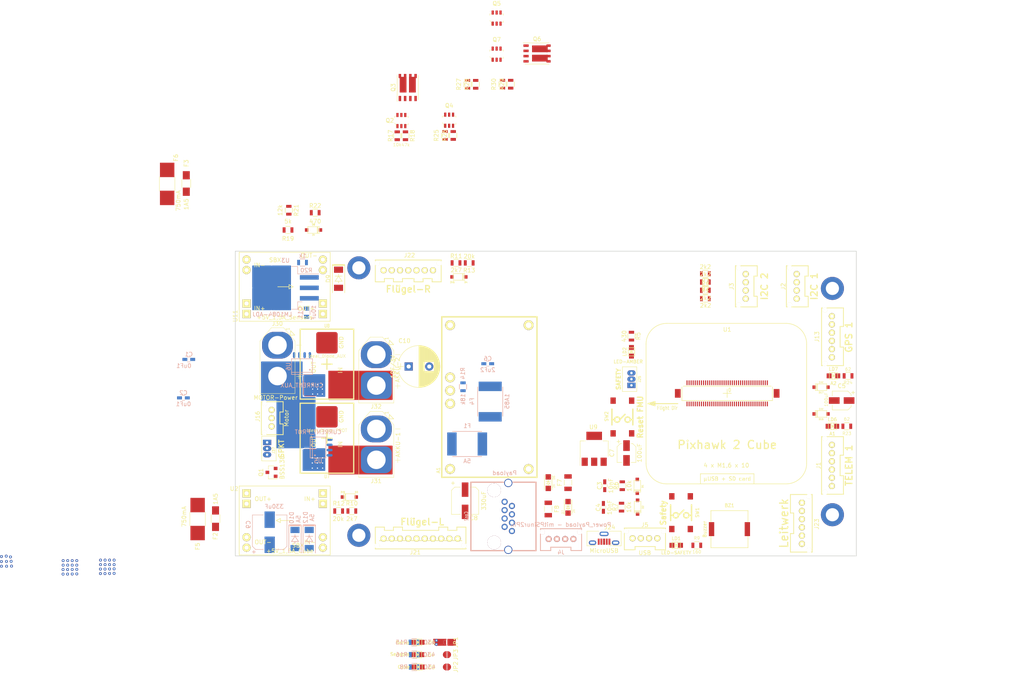
<source format=kicad_pcb>
(kicad_pcb (version 20171130) (host pcbnew "(2018-02-13 revision 365ab99a6)-makepkg")
  (layers (0 F.Cu signal) (31 B.Cu signal) (34 B.Paste user) (35 F.Paste user) (36 B.SilkS user) (37 F.SilkS user) (38 B.Mask user) (39 F.Mask user) (44 Edge.Cuts user))
  (net 0 "")
  (net 1 +5V_Sensors)
  (net 2 /ALARM)
  (net 3 GND)
  (net 4 /BATT­_CURRENT_SENS_PROT_1)
  (net 5 /AUX_BATT­_CURRENT_SENS_1)
  (net 6 /BATT­_CURRENT_SENS_PROT)
  (net 7 /AUX_BATT­_CURRENT_SENS)
  (net 8 /BATT­_VOLTAGE_SENS_PROT)
  (net 9 /AUX_BATT­_VOLTAGE_SENS)
  (net 10 +5V_Servo)
  (net 11 "Net-(F2-Pad1)")
  (net 12 +5V_Cube)
  (net 13 "Net-(F3-Pad1)")
  (net 14 "Net-(F5-Pad2)")
  (net 15 "Net-(F6-Pad2)")
  (net 16 /SERIAL1_RTS)
  (net 17 /SERIAL1_CTS)
  (net 18 /SERIAL1_RX)
  (net 19 /SERIAL1_TX)
  (net 20 /I2C_1_SDA)
  (net 21 /I2C_1_SCL)
  (net 22 /I2C_2_SCL)
  (net 23 /I2C_2_SDA)
  (net 24 /OTG_DP1)
  (net 25 /OTG_DM1)
  (net 26 /SERIAL2_TX)
  (net 27 /SERIAL2_RX)
  (net 28 /SERIAL_3_TX)
  (net 29 /SERIAL_3_RX)
  (net 30 /VDD_3V3_SPECTRUM_EN)
  (net 31 /IO-USART1_RX_SPECTRUM_DSM)
  (net 32 /IO-CH3-PROT)
  (net 33 /FMU-CH1-PROT)
  (net 34 /IO-CH1-PROT)
  (net 35 /IO-CH2-PROT)
  (net 36 /IO-CH5-PROT)
  (net 37 /IO-CH4-PROT)
  (net 38 /IO-CH6-PROT)
  (net 39 /IO-CH7-PROT)
  (net 40 "Net-(J24-Pad4)")
  (net 41 /SAFETY)
  (net 42 /IO-~LED_SAFETY_PROT)
  (net 43 /VBUS)
  (net 44 +3V3)
  (net 45 /FMU-~LED_AMBER)
  (net 46 /FMU-~RESET)
  (net 47 /FMU-CH3-PROT)
  (net 48 /FMU-CH2-PROT)
  (net 49 "Net-(U5-Pad1)")
  (net 50 "Net-(U6-Pad1)")
  (net 51 "Net-(A1-Pad2)")
  (net 52 "Net-(A1-Pad3)")
  (net 53 "Net-(A1-Pad4)")
  (net 54 "Net-(A1-Pad5)")
  (net 55 "Net-(A1-Pad6)")
  (net 56 "Net-(D6-Pad1)")
  (net 57 "Net-(J37-Pad2)")
  (net 58 "Net-(LD1-Pad2)")
  (net 59 "Net-(LD2-Pad2)")
  (net 60 "Net-(LD3-Pad2)")
  (net 61 "Net-(LD4-Pad2)")
  (net 62 "Net-(Q2-Pad1)")
  (net 63 "Net-(U1-Pad73)")
  (net 64 "Net-(U1-Pad71)")
  (net 65 "Net-(U1-Pad69)")
  (net 66 "Net-(U1-Pad67)")
  (net 67 "Net-(U1-Pad65)")
  (net 68 "Net-(U1-Pad57)")
  (net 69 "Net-(U1-Pad55)")
  (net 70 "Net-(U1-Pad51)")
  (net 71 "Net-(U1-Pad27)")
  (net 72 "Net-(U1-Pad11)")
  (net 73 "Net-(U1-Pad5)")
  (net 74 "Net-(U1-Pad3)")
  (net 75 "Net-(U1-Pad64)")
  (net 76 "Net-(U1-Pad46)")
  (net 77 "Net-(U1-Pad26)")
  (net 78 "Net-(U1-Pad14)")
  (net 79 "Net-(U1-Pad12)")
  (net 80 "Net-(U1-Pad10)")
  (net 81 "Net-(U1-Pad8)")
  (net 82 "Net-(U1-Pad1)")
  (net 83 "Net-(LD5-Pad2)")
  (net 84 "Net-(U1-Pad59)")
  (net 85 /Power_Supply/Recuperate)
  (net 86 "Net-(C10-Pad2)")
  (net 87 "Net-(D10-Pad2)")
  (net 88 "Net-(D12-Pad2)")
  (net 89 "Net-(R20-Pad2)")
  (net 90 "Net-(R21-Pad1)")
  (net 91 /Power_Supply/CrossFeed)
  (net 92 /Power_Supply)
  (net 93 "Net-(U1-Pad16)")
  (net 94 "Net-(U1-Pad18)")
  (net 95 "Net-(U1-Pad30)")
  (net 96 "Net-(U1-Pad32)")
  (net 97 "Net-(U1-Pad56)")
  (net 98 "Net-(U1-Pad58)")
  (net 99 "Net-(U1-Pad60)")
  (net 100 "Net-(U1-Pad62)")
  (net 101 "Net-(U1-Pad66)")
  (net 102 "Net-(U1-Pad21)")
  (net 103 "Net-(U1-Pad39)")
  (net 104 "Net-(U1-Pad41)")
  (net 105 "Net-(U1-Pad75)")
  (net 106 "Net-(U1-Pad77)")
  (net 107 "Net-(U1-Pad79)")
  (net 108 "Net-(D16-Pad1)")
  (net 109 "Net-(D17-Pad1)")
  (net 110 "Net-(LD6-Pad2)")
  (net 111 "Net-(LD7-Pad2)")
  (net 112 "Net-(D7-Pad1)")
  (net 113 /Power_Supply/ID_Ser_1)
  (net 114 /Power_Supply/ID_Cub_1)
  (net 115 /Power_Supply/ID_Sen_1)
  (net 116 /Power_Supply/ID_Cub_2)
  (net 117 /Power_Supply/ID_CrossFeed)
  (net 118 "Net-(Q2-Pad4)")
  (net 119 "Net-(Q3-Pad4)")
  (net 120 "Net-(Q4-Pad1)")
  (net 121 "Net-(Q5-Pad1)")
  (net 122 "Net-(Q5-Pad4)")
  (net 123 "Net-(Q6-Pad4)")
  (net 124 "Net-(Q7-Pad1)")
  (module Power_Integrations:SO-8 (layer B.Cu) (at 189.9 133.95 90)
    (fp_text reference U5 (at -3.305 0.012 -180) (layer B.SilkS) (effects (justify mirror)))
    (fp_text value CURRENT_PROT (at 3.75 0 -180) (layer B.SilkS) (effects (justify mirror)))
    (pad 8 smd oval (at -1.905 2.794 90) (size 0.6096 1.4732) (layers B.Cu B.Paste B.Mask) (net 44 +3V3))
    (pad 7 smd oval (at -0.635 2.794 90) (size 0.6096 1.4732) (layers B.Cu B.Paste B.Mask) (net 4 /BATT­_CURRENT_SENS_PROT_1))
    (pad 6 smd oval (at 0.635 2.794 90) (size 0.6096 1.4732) (layers B.Cu B.Paste B.Mask) (net 44 +3V3))
    (pad 5 smd oval (at 1.905 2.794 90) (size 0.6096 1.4732) (layers B.Cu B.Paste B.Mask) (net 3 GND))
    (pad 4 smd oval (at 1.905 -2.794 90) (size 0.6096 1.4732) (layers B.Cu B.Paste B.Mask) (net 92 /Power_Supply))
    (pad 3 smd oval (at 0.635 -2.794 90) (size 0.6096 1.4732) (layers B.Cu B.Paste B.Mask) (net 92 /Power_Supply))
    (pad 2 smd oval (at -0.635 -2.794 90) (size 0.6096 1.4732) (layers B.Cu B.Paste B.Mask) (net 49 "Net-(U5-Pad1)"))
    (pad 1 smd oval (at -1.905 -2.794 90) (size 0.6096 1.4732) (layers B.Cu B.Paste B.Mask) (net 49 "Net-(U5-Pad1)"))
  )
  (module Pixhawk_2-Cube:Pixhawk-2_Cube (layer F.Cu) (at 289.25 120.8 180)
    (fp_text reference U1 (at 0 15.5 180) (layer F.SilkS))
    (fp_text value Pixhawk_2_Cube_80-Pin_Header)
    (fp_text user "µUSB + SD card" (at 0 -20.75 180) (layer F.SilkS) (effects (font (size 0.9 0.9))))
    (fp_text user "Flight Dir" (at 14.55 -3.55 180) (layer F.SilkS) (effects (font (size 0.9 0.7) (thickness 0.125))))
    (fp_text user "4 x M1,6 x 10" (at 0.2 -17.5 180) (layer F.SilkS))
    (fp_text user 0 (at -0.6 0.8 180) (layer F.SilkS) (effects (font (size 0.9 0.7) (thickness 0.125))))
    (fp_text user "Pixhawk 2 Cube" (at 0 -12.5 180) (layer F.SilkS) (effects (font (size 2 2) (thickness 0.3))))
    (pad "" np_thru_hole circle (at 15.2 -17.5 270) (size 1.8 1.8) (drill 1.8) (layers *.Cu *.Mask) (clearance 1))
    (pad "" np_thru_hole circle (at -14.8 -17.5 270) (size 1.8 1.8) (drill 1.8) (layers *.Cu *.Mask) (clearance 1))
    (pad "" np_thru_hole circle (at 15.2 12.5 270) (size 1.8 1.8) (drill 1.8) (layers *.Cu *.Mask) (clearance 1))
    (pad "" np_thru_hole circle (at -14.8 12.5 270) (size 1.8 1.8) (drill 1.8) (layers *.Cu *.Mask) (clearance 1))
    (pad 0 smd rect (at -12.000832 0.00028 180) (size 1.4 2.1) (layers F.Cu F.Paste F.Mask))
    (pad 0 smd rect (at 11.999168 0 180) (size 1.4 2.1) (layers F.Cu F.Paste F.Mask))
    (pad "" np_thru_hole circle (at -11 1.9 180) (size 0.65 0.65) (drill 0.65) (layers *.Cu *.Mask) (clearance 0.15))
    (pad "" np_thru_hole circle (at 11 1.9 180) (size 0.65 0.65) (drill 0.65) (layers *.Cu *.Mask) (clearance 0.15))
    (pad 2 smd rect (at 9.748336 2.575 180) (size 0.25 1.15) (layers F.Cu F.Paste F.Mask) (net 45 /FMU-~LED_AMBER))
    (pad 1 smd rect (at 9.748336 -2.57472 180) (size 0.25 1.15) (layers F.Cu F.Paste F.Mask) (net 82 "Net-(U1-Pad1)"))
    (pad 4 smd rect (at 9.248336 2.575 180) (size 0.25 1.15) (layers F.Cu F.Paste F.Mask) (net 23 /I2C_2_SDA))
    (pad 6 smd rect (at 8.748336 2.575 180) (size 0.25 1.15) (layers F.Cu F.Paste F.Mask) (net 22 /I2C_2_SCL))
    (pad 8 smd rect (at 8.248336 2.575 180) (size 0.25 1.15) (layers F.Cu F.Paste F.Mask) (net 81 "Net-(U1-Pad8)"))
    (pad 10 smd rect (at 7.748336 2.575 180) (size 0.25 1.15) (layers F.Cu F.Paste F.Mask) (net 80 "Net-(U1-Pad10)"))
    (pad 12 smd rect (at 7.248336 2.575 180) (size 0.25 1.15) (layers F.Cu F.Paste F.Mask) (net 79 "Net-(U1-Pad12)"))
    (pad 14 smd rect (at 6.748336 2.575 180) (size 0.25 1.15) (layers F.Cu F.Paste F.Mask) (net 78 "Net-(U1-Pad14)"))
    (pad 16 smd rect (at 6.248336 2.575 180) (size 0.25 1.15) (layers F.Cu F.Paste F.Mask) (net 93 "Net-(U1-Pad16)"))
    (pad 18 smd rect (at 5.748336 2.575 180) (size 0.25 1.15) (layers F.Cu F.Paste F.Mask) (net 94 "Net-(U1-Pad18)"))
    (pad 20 smd rect (at 5.248336 2.575 180) (size 0.25 1.15) (layers F.Cu F.Paste F.Mask) (net 29 /SERIAL_3_RX))
    (pad 22 smd rect (at 4.748336 2.575 180) (size 0.25 1.15) (layers F.Cu F.Paste F.Mask) (net 28 /SERIAL_3_TX))
    (pad 24 smd rect (at 4.248336 2.575 180) (size 0.25 1.15) (layers F.Cu F.Paste F.Mask) (net 2 /ALARM))
    (pad 26 smd rect (at 3.748336 2.575 180) (size 0.25 1.15) (layers F.Cu F.Paste F.Mask) (net 77 "Net-(U1-Pad26)"))
    (pad 28 smd rect (at 3.248336 2.575 180) (size 0.25 1.15) (layers F.Cu F.Paste F.Mask) (net 42 /IO-~LED_SAFETY_PROT))
    (pad 30 smd rect (at 2.748336 2.575 180) (size 0.25 1.15) (layers F.Cu F.Paste F.Mask) (net 95 "Net-(U1-Pad30)"))
    (pad 32 smd rect (at 2.248336 2.575 180) (size 0.25 1.15) (layers F.Cu F.Paste F.Mask) (net 96 "Net-(U1-Pad32)"))
    (pad 34 smd rect (at 1.748336 2.575 180) (size 0.25 1.15) (layers F.Cu F.Paste F.Mask) (net 27 /SERIAL2_RX))
    (pad 36 smd rect (at 1.248336 2.575 180) (size 0.25 1.15) (layers F.Cu F.Paste F.Mask) (net 26 /SERIAL2_TX))
    (pad 38 smd rect (at 0.748336 2.575 180) (size 0.25 1.15) (layers F.Cu F.Paste F.Mask) (net 18 /SERIAL1_RX))
    (pad 40 smd rect (at 0.248336 2.575 180) (size 0.25 1.15) (layers F.Cu F.Paste F.Mask) (net 19 /SERIAL1_TX))
    (pad 42 smd rect (at -0.251664 2.575 180) (size 0.25 1.15) (layers F.Cu F.Paste F.Mask) (net 16 /SERIAL1_RTS))
    (pad 44 smd rect (at -0.751664 2.575 180) (size 0.25 1.15) (layers F.Cu F.Paste F.Mask) (net 17 /SERIAL1_CTS))
    (pad 46 smd rect (at -1.251664 2.575 180) (size 0.25 1.15) (layers F.Cu F.Paste F.Mask) (net 76 "Net-(U1-Pad46)"))
    (pad 48 smd rect (at -1.751664 2.575 180) (size 0.25 1.15) (layers F.Cu F.Paste F.Mask) (net 31 /IO-USART1_RX_SPECTRUM_DSM))
    (pad 50 smd rect (at -2.251664 2.575 180) (size 0.25 1.15) (layers F.Cu F.Paste F.Mask) (net 33 /FMU-CH1-PROT))
    (pad 52 smd rect (at -2.751664 2.575 180) (size 0.25 1.15) (layers F.Cu F.Paste F.Mask) (net 48 /FMU-CH2-PROT))
    (pad 54 smd rect (at -3.251664 2.575 180) (size 0.25 1.15) (layers F.Cu F.Paste F.Mask) (net 47 /FMU-CH3-PROT))
    (pad 56 smd rect (at -3.751664 2.575 180) (size 0.25 1.15) (layers F.Cu F.Paste F.Mask) (net 97 "Net-(U1-Pad56)"))
    (pad 58 smd rect (at -4.251664 2.575 180) (size 0.25 1.15) (layers F.Cu F.Paste F.Mask) (net 98 "Net-(U1-Pad58)"))
    (pad 60 smd rect (at -4.751664 2.575 180) (size 0.25 1.15) (layers F.Cu F.Paste F.Mask) (net 99 "Net-(U1-Pad60)"))
    (pad 62 smd rect (at -5.251664 2.575 180) (size 0.25 1.15) (layers F.Cu F.Paste F.Mask) (net 100 "Net-(U1-Pad62)"))
    (pad 64 smd rect (at -5.751664 2.575 180) (size 0.25 1.15) (layers F.Cu F.Paste F.Mask) (net 75 "Net-(U1-Pad64)"))
    (pad 66 smd rect (at -6.251664 2.575 180) (size 0.25 1.15) (layers F.Cu F.Paste F.Mask) (net 101 "Net-(U1-Pad66)"))
    (pad 68 smd rect (at -6.751664 2.575 180) (size 0.25 1.15) (layers F.Cu F.Paste F.Mask) (net 39 /IO-CH7-PROT))
    (pad 70 smd rect (at -7.251664 2.575 180) (size 0.25 1.15) (layers F.Cu F.Paste F.Mask) (net 38 /IO-CH6-PROT))
    (pad 72 smd rect (at -7.751664 2.575 180) (size 0.25 1.15) (layers F.Cu F.Paste F.Mask) (net 36 /IO-CH5-PROT))
    (pad 74 smd rect (at -8.251664 2.575 180) (size 0.25 1.15) (layers F.Cu F.Paste F.Mask) (net 37 /IO-CH4-PROT))
    (pad 76 smd rect (at -8.751664 2.575 180) (size 0.25 1.15) (layers F.Cu F.Paste F.Mask) (net 32 /IO-CH3-PROT))
    (pad 78 smd rect (at -9.251664 2.575 180) (size 0.25 1.15) (layers F.Cu F.Paste F.Mask) (net 35 /IO-CH2-PROT))
    (pad 80 smd rect (at -9.751664 2.575 180) (size 0.25 1.15) (layers F.Cu F.Paste F.Mask) (net 34 /IO-CH1-PROT))
    (pad 3 smd rect (at 9.248336 -2.57472 180) (size 0.25 1.15) (layers F.Cu F.Paste F.Mask) (net 74 "Net-(U1-Pad3)"))
    (pad 5 smd rect (at 8.748336 -2.57472 180) (size 0.25 1.15) (layers F.Cu F.Paste F.Mask) (net 73 "Net-(U1-Pad5)"))
    (pad 7 smd rect (at 8.248336 -2.57472 180) (size 0.25 1.15) (layers F.Cu F.Paste F.Mask) (net 46 /FMU-~RESET))
    (pad 9 smd rect (at 7.748336 -2.57472 180) (size 0.25 1.15) (layers F.Cu F.Paste F.Mask) (net 10 +5V_Servo))
    (pad 11 smd rect (at 7.248336 -2.57472 180) (size 0.25 1.15) (layers F.Cu F.Paste F.Mask) (net 72 "Net-(U1-Pad11)"))
    (pad 13 smd rect (at 6.748336 -2.57472 180) (size 0.25 1.15) (layers F.Cu F.Paste F.Mask) (net 3 GND))
    (pad 15 smd rect (at 6.248336 -2.57472 180) (size 0.25 1.15) (layers F.Cu F.Paste F.Mask) (net 3 GND))
    (pad 17 smd rect (at 5.748336 -2.57472 180) (size 0.25 1.15) (layers F.Cu F.Paste F.Mask) (net 41 /SAFETY))
    (pad 19 smd rect (at 5.248336 -2.57472 180) (size 0.25 1.15) (layers F.Cu F.Paste F.Mask) (net 30 /VDD_3V3_SPECTRUM_EN))
    (pad 21 smd rect (at 4.748336 -2.57472 180) (size 0.25 1.15) (layers F.Cu F.Paste F.Mask) (net 102 "Net-(U1-Pad21)"))
    (pad 23 smd rect (at 4.248336 -2.57472 180) (size 0.25 1.15) (layers F.Cu F.Paste F.Mask) (net 9 /AUX_BATT­_VOLTAGE_SENS))
    (pad 25 smd rect (at 3.748336 -2.57472 180) (size 0.25 1.15) (layers F.Cu F.Paste F.Mask) (net 7 /AUX_BATT­_CURRENT_SENS))
    (pad 27 smd rect (at 3.248336 -2.57472 180) (size 0.25 1.15) (layers F.Cu F.Paste F.Mask) (net 71 "Net-(U1-Pad27)"))
    (pad 29 smd rect (at 2.748336 -2.57472 180) (size 0.25 1.15) (layers F.Cu F.Paste F.Mask) (net 43 /VBUS))
    (pad 31 smd rect (at 2.248336 -2.57472 180) (size 0.25 1.15) (layers F.Cu F.Paste F.Mask) (net 24 /OTG_DP1))
    (pad 33 smd rect (at 1.748336 -2.57472 180) (size 0.25 1.15) (layers F.Cu F.Paste F.Mask) (net 25 /OTG_DM1))
    (pad 35 smd rect (at 1.248336 -2.57472 180) (size 0.25 1.15) (layers F.Cu F.Paste F.Mask) (net 20 /I2C_1_SDA))
    (pad 37 smd rect (at 0.748336 -2.57472 180) (size 0.25 1.15) (layers F.Cu F.Paste F.Mask) (net 21 /I2C_1_SCL))
    (pad 39 smd rect (at 0.248336 -2.57472 180) (size 0.25 1.15) (layers F.Cu F.Paste F.Mask) (net 103 "Net-(U1-Pad39)"))
    (pad 41 smd rect (at -0.251664 -2.57472 180) (size 0.25 1.15) (layers F.Cu F.Paste F.Mask) (net 104 "Net-(U1-Pad41)"))
    (pad 43 smd rect (at -0.751664 -2.57472 180) (size 0.25 1.15) (layers F.Cu F.Paste F.Mask) (net 12 +5V_Cube))
    (pad 45 smd rect (at -1.251664 -2.57472 180) (size 0.25 1.15) (layers F.Cu F.Paste F.Mask) (net 12 +5V_Cube))
    (pad 47 smd rect (at -1.751664 -2.57472 180) (size 0.25 1.15) (layers F.Cu F.Paste F.Mask) (net 8 /BATT­_VOLTAGE_SENS_PROT))
    (pad 49 smd rect (at -2.251664 -2.57472 180) (size 0.25 1.15) (layers F.Cu F.Paste F.Mask) (net 6 /BATT­_CURRENT_SENS_PROT))
    (pad 51 smd rect (at -2.751664 -2.57472 180) (size 0.25 1.15) (layers F.Cu F.Paste F.Mask) (net 70 "Net-(U1-Pad51)"))
    (pad 53 smd rect (at -3.251664 -2.57472 180) (size 0.25 1.15) (layers F.Cu F.Paste F.Mask) (net 10 +5V_Servo))
    (pad 55 smd rect (at -3.751664 -2.57472 180) (size 0.25 1.15) (layers F.Cu F.Paste F.Mask) (net 69 "Net-(U1-Pad55)"))
    (pad 57 smd rect (at -4.251664 -2.57472 180) (size 0.25 1.15) (layers F.Cu F.Paste F.Mask) (net 68 "Net-(U1-Pad57)"))
    (pad 59 smd rect (at -4.751664 -2.57472 180) (size 0.25 1.15) (layers F.Cu F.Paste F.Mask) (net 84 "Net-(U1-Pad59)"))
    (pad 61 smd rect (at -5.251664 -2.57472 180) (size 0.25 1.15) (layers F.Cu F.Paste F.Mask) (net 12 +5V_Cube))
    (pad 63 smd rect (at -5.751664 -2.57472 180) (size 0.25 1.15) (layers F.Cu F.Paste F.Mask) (net 12 +5V_Cube))
    (pad 65 smd rect (at -6.251664 -2.57472 180) (size 0.25 1.15) (layers F.Cu F.Paste F.Mask) (net 67 "Net-(U1-Pad65)"))
    (pad 67 smd rect (at -6.751664 -2.57472 180) (size 0.25 1.15) (layers F.Cu F.Paste F.Mask) (net 66 "Net-(U1-Pad67)"))
    (pad 69 smd rect (at -7.251664 -2.57472 180) (size 0.25 1.15) (layers F.Cu F.Paste F.Mask) (net 65 "Net-(U1-Pad69)"))
    (pad 71 smd rect (at -7.751664 -2.57472 180) (size 0.25 1.15) (layers F.Cu F.Paste F.Mask) (net 64 "Net-(U1-Pad71)"))
    (pad 73 smd rect (at -8.251664 -2.57472 180) (size 0.25 1.15) (layers F.Cu F.Paste F.Mask) (net 63 "Net-(U1-Pad73)"))
    (pad 75 smd rect (at -8.751664 -2.57472 180) (size 0.25 1.15) (layers F.Cu F.Paste F.Mask) (net 105 "Net-(U1-Pad75)"))
    (pad 77 smd rect (at -9.251664 -2.57472 180) (size 0.25 1.15) (layers F.Cu F.Paste F.Mask) (net 106 "Net-(U1-Pad77)"))
    (pad 79 smd rect (at -9.751664 -2.57472 180) (size 0.25 1.15) (layers F.Cu F.Paste F.Mask) (net 107 "Net-(U1-Pad79)"))
  )
  (module Power-IC:Mini_MP1584EN (layer F.Cu) (at 181.8 151.7)
    (fp_text reference U2 (at -12.29 -7.73) (layer F.SilkS))
    (fp_text value +5V_1,5A_Cube (at 1.25 7.41) (layer F.SilkS))
    (fp_text user SBX (at 3.22 6.05) (layer F.SilkS))
    (fp_text user OUT- (at -5.25 5.25) (layer F.SilkS))
    (fp_text user IN- (at 6.1 5.25) (layer F.SilkS))
    (fp_text user IN+ (at 6.1 -5.25) (layer F.SilkS))
    (fp_text user OUT+ (at -5.25 -5.25) (layer F.SilkS))
    (pad 1 thru_hole rect (at 9.271 -6.604) (size 2 2) (drill 1) (layers *.Cu *.Mask F.SilkS) (net 14 "Net-(F5-Pad2)"))
    (pad 2 thru_hole rect (at 9.271 -4.064) (size 2 2) (drill 1) (layers *.Cu *.Mask F.SilkS) (net 14 "Net-(F5-Pad2)"))
    (pad 4 thru_hole circle (at 9.271 6.604) (size 2 2) (drill 1) (layers *.Cu *.Mask F.SilkS) (net 3 GND))
    (pad 3 thru_hole circle (at 9.271 4.064) (size 2 2) (drill 1) (layers *.Cu *.Mask F.SilkS) (net 3 GND))
    (pad 8 thru_hole rect (at -9.271 -6.604) (size 2 2) (drill 1) (layers *.Cu *.Mask F.SilkS) (net 11 "Net-(F2-Pad1)"))
    (pad 7 thru_hole rect (at -9.271 -4.064) (size 2 2) (drill 1) (layers *.Cu *.Mask F.SilkS) (net 11 "Net-(F2-Pad1)"))
    (pad 6 thru_hole circle (at -9.271 4.064) (size 2 2) (drill 1) (layers *.Cu *.Mask F.SilkS) (net 3 GND))
    (pad 5 thru_hole circle (at -9.271 6.604) (size 2 2) (drill 1) (layers *.Cu *.Mask F.SilkS) (net 3 GND))
  )
  (module Power-IC:Mini_MP1584EN (layer F.Cu) (at 181.8 94.9 180)
    (fp_text reference U11 (at 12 -7.1 270) (layer F.SilkS))
    (fp_text value +5V_1,5A_Sensors (at -0.01 -7.42 180) (layer F.SilkS))
    (fp_text user SBX (at 2.33 6.5 180) (layer F.SilkS))
    (fp_text user OUT- (at -5.91 7.57 180) (layer F.SilkS))
    (fp_text user IN- (at 6.1 5.25 180) (layer F.SilkS))
    (fp_text user IN+ (at 6.1 -5.25 180) (layer F.SilkS))
    (fp_text user OUT+ (at -5.25 -5.25 180) (layer F.SilkS))
    (pad 1 thru_hole rect (at 9.271 -6.604 180) (size 2 2) (drill 1) (layers *.Cu *.Mask F.SilkS) (net 15 "Net-(F6-Pad2)"))
    (pad 2 thru_hole rect (at 9.271 -4.064 180) (size 2 2) (drill 1) (layers *.Cu *.Mask F.SilkS) (net 15 "Net-(F6-Pad2)"))
    (pad 4 thru_hole circle (at 9.271 6.604 180) (size 2 2) (drill 1) (layers *.Cu *.Mask F.SilkS) (net 3 GND))
    (pad 3 thru_hole circle (at 9.271 4.064 180) (size 2 2) (drill 1) (layers *.Cu *.Mask F.SilkS) (net 3 GND))
    (pad 8 thru_hole rect (at -9.271 -6.604 180) (size 2 2) (drill 1) (layers *.Cu *.Mask F.SilkS) (net 13 "Net-(F3-Pad1)"))
    (pad 7 thru_hole rect (at -9.271 -4.064 180) (size 2 2) (drill 1) (layers *.Cu *.Mask F.SilkS) (net 13 "Net-(F3-Pad1)"))
    (pad 6 thru_hole circle (at -9.271 4.064 180) (size 2 2) (drill 1) (layers *.Cu *.Mask F.SilkS) (net 3 GND))
    (pad 5 thru_hole circle (at -9.271 6.604 180) (size 2 2) (drill 1) (layers *.Cu *.Mask F.SilkS) (net 3 GND))
  )
  (module w_smd_diode:sod123 (layer F.Cu) (at 188.8 81.1)
    (fp_text reference D8 (at 0 -1.30048) (layer F.SilkS) (effects (font (size 0.4 0.4) (thickness 0.1))))
    (fp_text value 3V (at 0 1.19888) (layer F.SilkS) (effects (font (size 0.4 0.4) (thickness 0.1))))
    (pad 1 smd rect (at -1.67386 0) (size 0.8509 0.8509) (layers F.Cu F.Paste F.Mask) (net 85 /Power_Supply/Recuperate))
    (pad 2 smd rect (at 1.67386 0) (size 0.8509 0.8509) (layers F.Cu F.Paste F.Mask) (net 92 /Power_Supply))
  )
  (module connectors-[JS]:JUMPER-SOLDER-SMD_mit_flaechenanschluss (layer F.Cu) (at 221.2 181.3 90)
    (fp_text reference JP1 (at 0 2.1336 90) (layer F.SilkS))
    (fp_text value Servo)
    (pad 2 smd trapezoid (at 0 -0.5 180) (size 0.6 1) (rect_delta 0.1 0) (layers F.Cu F.Mask) (net 91 /Power_Supply/CrossFeed))
    (pad 1 smd trapezoid (at 0 0.5) (size 0.6 1) (rect_delta 0.1 0) (layers F.Cu F.Mask) (net 10 +5V_Servo))
  )
  (module stitching_vias:Stitching_Via-0_7mm (layer F.Cu) (at 139.275 161.325)
    (fp_text reference REF** hide)
    (fp_text value Stitching_Via-0_7mm hide)
    (pad 1 thru_hole circle (at 0 0) (size 0.7 0.7) (drill 0.3) (layers *.Cu) (net 3 GND))
  )
  (module stitching_vias:Stitching_Via-0_7mm (layer F.Cu) (at 137.075 162.425)
    (fp_text reference REF** hide)
    (fp_text value Stitching_Via-0_7mm hide)
    (pad 1 thru_hole circle (at 0 0) (size 0.7 0.7) (drill 0.3) (layers *.Cu) (net 3 GND))
  )
  (module stitching_vias:Stitching_Via-0_7mm (layer F.Cu) (at 138.175 162.425)
    (fp_text reference REF** hide)
    (fp_text value Stitching_Via-0_7mm hide)
    (pad 1 thru_hole circle (at 0 0) (size 0.7 0.7) (drill 0.3) (layers *.Cu) (net 3 GND))
  )
  (module stitching_vias:Stitching_Via-0_7mm (layer F.Cu) (at 138.15 163.5)
    (fp_text reference REF** hide)
    (fp_text value Stitching_Via-0_7mm hide)
    (pad 1 thru_hole circle (at 0 0) (size 0.7 0.7) (drill 0.3) (layers *.Cu) (net 3 GND))
  )
  (module stitching_vias:Stitching_Via-0_7mm (layer F.Cu) (at 138.15 164.6)
    (fp_text reference REF** hide)
    (fp_text value Stitching_Via-0_7mm hide)
    (pad 1 thru_hole circle (at 0 0) (size 0.7 0.7) (drill 0.3) (layers *.Cu) (net 3 GND))
  )
  (module stitching_vias:Stitching_Via-0_7mm (layer F.Cu) (at 139.275 164.575)
    (fp_text reference REF** hide)
    (fp_text value Stitching_Via-0_7mm hide)
    (pad 1 thru_hole circle (at 0 0) (size 0.7 0.7) (drill 0.3) (layers *.Cu) (net 3 GND))
  )
  (module stitching_vias:Stitching_Via-0_7mm (layer F.Cu) (at 140.375 163.45)
    (fp_text reference REF** hide)
    (fp_text value Stitching_Via-0_7mm hide)
    (pad 1 thru_hole circle (at 0 0) (size 0.7 0.7) (drill 0.3) (layers *.Cu) (net 3 GND))
  )
  (module stitching_vias:Stitching_Via-0_7mm (layer F.Cu) (at 137.05 163.5)
    (fp_text reference REF** hide)
    (fp_text value Stitching_Via-0_7mm hide)
    (pad 1 thru_hole circle (at 0 0) (size 0.7 0.7) (drill 0.3) (layers *.Cu) (net 3 GND))
  )
  (module stitching_vias:Stitching_Via-0_7mm (layer F.Cu) (at 140.375 161.325)
    (fp_text reference REF** hide)
    (fp_text value Stitching_Via-0_7mm hide)
    (pad 1 thru_hole circle (at 0 0) (size 0.7 0.7) (drill 0.3) (layers *.Cu) (net 3 GND))
  )
  (module stitching_vias:Stitching_Via-0_7mm (layer F.Cu) (at 139.275 163.475)
    (fp_text reference REF** hide)
    (fp_text value Stitching_Via-0_7mm hide)
    (pad 1 thru_hole circle (at 0 0) (size 0.7 0.7) (drill 0.3) (layers *.Cu) (net 3 GND))
  )
  (module stitching_vias:Stitching_Via-0_7mm (layer F.Cu) (at 140.375 164.55)
    (fp_text reference REF** hide)
    (fp_text value Stitching_Via-0_7mm hide)
    (pad 1 thru_hole circle (at 0 0) (size 0.7 0.7) (drill 0.3) (layers *.Cu) (net 3 GND))
  )
  (module stitching_vias:Stitching_Via-0_7mm (layer F.Cu) (at 140.375 162.425)
    (fp_text reference REF** hide)
    (fp_text value Stitching_Via-0_7mm hide)
    (pad 1 thru_hole circle (at 0 0) (size 0.7 0.7) (drill 0.3) (layers *.Cu) (net 3 GND))
  )
  (module stitching_vias:Stitching_Via-0_7mm (layer F.Cu) (at 137.05 164.6)
    (fp_text reference REF** hide)
    (fp_text value Stitching_Via-0_7mm hide)
    (pad 1 thru_hole circle (at 0 0) (size 0.7 0.7) (drill 0.3) (layers *.Cu) (net 3 GND))
  )
  (module stitching_vias:Stitching_Via-0_7mm (layer F.Cu) (at 137.075 161.325)
    (fp_text reference REF** hide)
    (fp_text value Stitching_Via-0_7mm hide)
    (pad 1 thru_hole circle (at 0 0) (size 0.7 0.7) (drill 0.3) (layers *.Cu) (net 3 GND))
  )
  (module stitching_vias:Stitching_Via-0_7mm (layer F.Cu) (at 138.175 161.325)
    (fp_text reference REF** hide)
    (fp_text value Stitching_Via-0_7mm hide)
    (pad 1 thru_hole circle (at 0 0) (size 0.7 0.7) (drill 0.3) (layers *.Cu) (net 3 GND))
  )
  (module stitching_vias:Stitching_Via-0_7mm (layer F.Cu) (at 139.275 162.425)
    (fp_text reference REF** hide)
    (fp_text value Stitching_Via-0_7mm hide)
    (pad 1 thru_hole circle (at 0 0) (size 0.7 0.7) (drill 0.3) (layers *.Cu) (net 3 GND))
  )
  (module devices_[JS]:PKMCS0909E4000-R1 (layer F.Cu) (at 289.8 153.8)
    (fp_text reference BZ1 (at 0 -5.75) (layer F.SilkS) (effects (font (size 0.8 0.8))))
    (fp_text value Buzzer (at -6 0.03 90) (layer F.SilkS) (effects (font (size 0.8 0.8))))
    (pad 2 smd rect (at 4.35 0) (size 1.3 3.4) (layers F.Cu F.Paste F.Mask) (net 3 GND))
    (pad 1 smd rect (at -4.35 0) (size 1.3 3.4) (layers F.Cu F.Paste F.Mask) (net 2 /ALARM))
  )
  (module Capacitors_THT:CP_Radial_D10.0mm_P5.00mm (layer F.Cu) (at 211.9 114.275)
    (fp_text reference C10 (at -1.025 -6.25) (layer F.SilkS))
    (fp_text value 10F/3V (at -3.8 0.05 -90) (layer F.SilkS))
    (pad 2 thru_hole circle (at 5 0) (size 2 2) (drill 1) (layers *.Cu *.Mask) (net 86 "Net-(C10-Pad2)"))
    (pad 1 thru_hole rect (at 0 0) (size 2 2) (drill 1) (layers *.Cu *.Mask) (net 92 /Power_Supply))
  )
  (module TO_SOT_Packages_SMD:TO-263-3_TabPin2 (layer B.Cu) (at 182 95.16 180)
    (fp_text reference U3 (at 0 6.65 180) (layer B.SilkS) (effects (justify mirror)))
    (fp_text value LM1084-ADJ (at 3.225 -6.45 180) (layer B.SilkS) (effects (justify mirror)))
    (pad 2 smd rect (at 0.95 -2.775 180) (size 4.55 5.25) (layers B.Cu B.Paste) (net 85 /Power_Supply/Recuperate))
    (pad 2 smd rect (at 5.8 2.775 180) (size 4.55 5.25) (layers B.Cu B.Paste) (net 85 /Power_Supply/Recuperate))
    (pad 2 smd rect (at 0.95 2.775 180) (size 4.55 5.25) (layers B.Cu B.Paste) (net 85 /Power_Supply/Recuperate))
    (pad 2 smd rect (at 5.8 -2.775 180) (size 4.55 5.25) (layers B.Cu B.Paste) (net 85 /Power_Supply/Recuperate))
    (pad 2 smd rect (at 3.375 0 180) (size 9.4 10.8) (layers B.Cu B.Mask) (net 85 /Power_Supply/Recuperate))
    (pad 3 smd rect (at -5.775 -2.54 180) (size 4.6 1.1) (layers B.Cu B.Paste B.Mask) (net 92 /Power_Supply))
    (pad 2 smd rect (at -5.775 0 180) (size 4.6 1.1) (layers B.Cu B.Paste B.Mask) (net 85 /Power_Supply/Recuperate))
    (pad 1 smd rect (at -5.775 2.54 180) (size 4.6 1.1) (layers B.Cu B.Paste B.Mask) (net 89 "Net-(R20-Pad2)"))
  )
  (module Resistors-Mini-SMD:R_0805 (layer F.Cu) (at 189.2 76.9)
    (fp_text reference R22 (at 0 -1.7) (layer F.SilkS))
    (fp_text value 470 (at 0 2.1) (layer F.SilkS))
    (pad 1 smd rect (at -0.95 0) (size 0.7 1.3) (layers F.Cu F.Paste F.Mask) (net 3 GND))
    (pad 2 smd rect (at 0.95 0) (size 0.7 1.3) (layers F.Cu F.Paste F.Mask) (net 90 "Net-(R21-Pad1)"))
  )
  (module Resistors-Mini-SMD:R_0805 (layer F.Cu) (at 182.8 76.3 270)
    (fp_text reference R21 (at 0 -1.825 270) (layer F.SilkS))
    (fp_text value 12k (at 0 2.1 270) (layer F.SilkS))
    (pad 2 smd rect (at 0.95 0 270) (size 0.7 1.3) (layers F.Cu F.Paste F.Mask) (net 89 "Net-(R20-Pad2)"))
    (pad 1 smd rect (at -0.95 0 270) (size 0.7 1.3) (layers F.Cu F.Paste F.Mask) (net 90 "Net-(R21-Pad1)"))
  )
  (module Resistors-Mini-SMD:R_0805 (layer B.Cu) (at 186.125 89)
    (fp_text reference R20 (at 0.925 1.9) (layer B.SilkS) (effects (justify mirror)))
    (fp_text value 1k (at 0 -1.675) (layer B.SilkS) (effects (justify mirror)))
    (pad 1 smd rect (at -0.95 0) (size 0.7 1.3) (layers B.Cu B.Paste B.Mask) (net 85 /Power_Supply/Recuperate))
    (pad 2 smd rect (at 0.95 0) (size 0.7 1.3) (layers B.Cu B.Paste B.Mask) (net 89 "Net-(R20-Pad2)"))
  )
  (module Resistors-Mini-SMD:R_0805 (layer F.Cu) (at 182.6 81.1 180)
    (fp_text reference R19 (at 0 -2.1 180) (layer F.SilkS))
    (fp_text value 5k (at 0 2.1 180) (layer F.SilkS))
    (pad 1 smd rect (at -0.95 0 180) (size 0.7 1.3) (layers F.Cu F.Paste F.Mask) (net 86 "Net-(C10-Pad2)"))
    (pad 2 smd rect (at 0.95 0 180) (size 0.7 1.3) (layers F.Cu F.Paste F.Mask) (net 85 /Power_Supply/Recuperate))
  )
  (module General_smd-[JS]:SOD-128 (layer B.Cu) (at 187.75 156.2 90)
    (fp_text reference D12 (at 5.25 -0.9 90) (layer B.SilkS) (effects (justify mirror)))
    (fp_text value 5A (at 5.2 0.675 90) (layer B.SilkS) (effects (justify mirror)))
    (pad 2 smd rect (at 2.2 0 90) (size 1.5 2.2) (layers B.Cu B.Paste B.Mask) (net 88 "Net-(D12-Pad2)"))
    (pad 1 smd rect (at -2.2 0 90) (size 1.5 2.2) (layers B.Cu B.Paste B.Mask) (net 85 /Power_Supply/Recuperate))
  )
  (module General_smd-[JS]:SOD-128 (layer B.Cu) (at 184.3 156.2 90)
    (fp_text reference D10 (at 5.175 -0.825 90) (layer B.SilkS) (effects (justify mirror)))
    (fp_text value 5A (at 4.875 0.825 90) (layer B.SilkS) (effects (justify mirror)))
    (pad 1 smd rect (at -2.2 0 90) (size 1.5 2.2) (layers B.Cu B.Paste B.Mask) (net 85 /Power_Supply/Recuperate))
    (pad 2 smd rect (at 2.2 0 90) (size 1.5 2.2) (layers B.Cu B.Paste B.Mask) (net 87 "Net-(D10-Pad2)"))
  )
  (module General_smd-[JS]:SOD-128 (layer F.Cu) (at 194.875 92.95 90)
    (fp_text reference D9 (at 0 -2.5 90) (layer F.SilkS))
    (fp_text value 30V/2W)
    (pad 2 smd rect (at 2.2 0 90) (size 1.5 2.2) (layers F.Cu F.Paste F.Mask) (net 85 /Power_Supply/Recuperate))
    (pad 1 smd rect (at -2.2 0 90) (size 1.5 2.2) (layers F.Cu F.Paste F.Mask) (net 3 GND))
  )
  (module Capacitors_SMD:C_0805 (layer B.Cu) (at 187.1 101.2 270)
    (fp_text reference C11 (at 0 1.5 270) (layer B.SilkS) (effects (justify mirror)))
    (fp_text value 10uF (at 0 -1.75 270) (layer B.SilkS) (effects (justify mirror)))
    (pad 2 smd rect (at 1 0 270) (size 1 1.25) (layers B.Cu B.Paste B.Mask) (net 3 GND))
    (pad 1 smd rect (at -1 0 270) (size 1 1.25) (layers B.Cu B.Paste B.Mask) (net 92 /Power_Supply))
  )
  (module Capacitors_SMD:CP_Elec_8x10.5 (layer B.Cu) (at 178.15 154.55 90)
    (fp_text reference C9 (at 1.875 -5.175 90) (layer B.SilkS) (effects (justify mirror)))
    (fp_text value 330uF (at 6.25 1.1) (layer B.SilkS) (effects (justify mirror)))
    (fp_text user + (at -4.78 -3.91 90) (layer B.SilkS) (effects (justify mirror)))
    (pad 2 smd rect (at 3.05 0 270) (size 4 2.5) (layers B.Cu B.Paste B.Mask) (net 3 GND))
    (pad 1 smd rect (at -3.05 0 270) (size 4 2.5) (layers B.Cu B.Paste B.Mask) (net 85 /Power_Supply/Recuperate))
  )
  (module Capacitors_SMD:C_0603_HandSoldering (layer B.Cu) (at 158.5 112.55 180)
    (fp_text reference C1 (at 0 1.25 180) (layer B.SilkS) (effects (justify mirror)))
    (fp_text value 0uF1 (at 1.2 -1.55 180) (layer B.SilkS) (effects (justify mirror)))
    (pad 2 smd rect (at 0.95 0 180) (size 1.2 0.75) (layers B.Cu B.Paste B.Mask) (net 3 GND))
    (pad 1 smd rect (at -0.95 0 180) (size 1.2 0.75) (layers B.Cu B.Paste B.Mask) (net 44 +3V3))
  )
  (module Capacitors_SMD:C_0603_HandSoldering (layer F.Cu) (at 259.51 143.25 90)
    (fp_text reference C3 (at 0 -1.25 90) (layer F.SilkS))
    (fp_text value 10nF (at 0 1.5 90) (layer F.SilkS))
    (pad 2 smd rect (at 0.95 0 90) (size 1.2 0.75) (layers F.Cu F.Paste F.Mask) (net 3 GND))
    (pad 1 smd rect (at -0.95 0 90) (size 1.2 0.75) (layers F.Cu F.Paste F.Mask) (net 4 /BATT­_CURRENT_SENS_PROT_1))
  )
  (module Capacitors_SMD:C_0603_HandSoldering (layer F.Cu) (at 259.19 148.51 90)
    (fp_text reference C4 (at 0 -1.25 90) (layer F.SilkS))
    (fp_text value 10nF (at 0 1.5 90) (layer F.SilkS))
    (pad 2 smd rect (at 0.95 0 90) (size 1.2 0.75) (layers F.Cu F.Paste F.Mask) (net 3 GND))
    (pad 1 smd rect (at -0.95 0 90) (size 1.2 0.75) (layers F.Cu F.Paste F.Mask) (net 5 /AUX_BATT­_CURRENT_SENS_1))
  )
  (module Capacitors_SMD:C_0603_HandSoldering (layer B.Cu) (at 157.2 121.9 180)
    (fp_text reference C2 (at 0 1.25 180) (layer B.SilkS) (effects (justify mirror)))
    (fp_text value 0uF1 (at 0 -1.5 180) (layer B.SilkS) (effects (justify mirror)))
    (pad 2 smd rect (at 0.95 0 180) (size 1.2 0.75) (layers B.Cu B.Paste B.Mask) (net 3 GND))
    (pad 1 smd rect (at -0.95 0 180) (size 1.2 0.75) (layers B.Cu B.Paste B.Mask) (net 44 +3V3))
  )
  (module w_smd_diode:sod123 (layer F.Cu) (at 224.1 92.5)
    (fp_text reference D4 (at 1.7 1.3) (layer F.SilkS) (effects (font (size 0.4 0.4) (thickness 0.1))))
    (fp_text value 3V6 (at -1.6 1.3) (layer F.SilkS) (effects (font (size 0.4 0.4) (thickness 0.1))))
    (pad 2 smd rect (at 1.67386 0) (size 0.8509 0.8509) (layers F.Cu F.Paste F.Mask) (net 9 /AUX_BATT­_VOLTAGE_SENS))
    (pad 1 smd rect (at -1.67386 0) (size 0.8509 0.8509) (layers F.Cu F.Paste F.Mask) (net 3 GND))
  )
  (module w_smd_diode:sod123 (layer F.Cu) (at 197.5 146 180)
    (fp_text reference D3 (at -1.7 1.2 180) (layer F.SilkS) (effects (font (size 0.4 0.4) (thickness 0.1))))
    (fp_text value 3V6 (at 1.6 1.2 180) (layer F.SilkS) (effects (font (size 0.4 0.4) (thickness 0.1))))
    (pad 1 smd rect (at -1.67386 0 180) (size 0.8509 0.8509) (layers F.Cu F.Paste F.Mask) (net 3 GND))
    (pad 2 smd rect (at 1.67386 0 180) (size 0.8509 0.8509) (layers F.Cu F.Paste F.Mask) (net 8 /BATT­_VOLTAGE_SENS_PROT))
  )
  (module Resistors-Mini-SMD:R_0805 (layer B.Cu) (at 213.2 181.3)
    (fp_text reference R15 (at -3.05 0) (layer B.SilkS) (effects (justify mirror)))
    (fp_text value 430 (at 3.8 0) (layer B.SilkS) (effects (justify mirror)))
    (pad 1 smd rect (at -0.95 0) (size 0.7 1.3) (layers B.Cu B.Paste B.Mask) (net 3 GND))
    (pad 2 smd rect (at 0.95 0) (size 0.7 1.3) (layers B.Cu B.Paste B.Mask) (net 83 "Net-(LD5-Pad2)"))
  )
  (module w_smd_leds:Led_0805 (layer F.Cu) (at 214.1 181.3)
    (fp_text reference LD5 (at 3.1 0.1) (layer F.SilkS) (effects (font (size 0.8001 0.8001) (thickness 0.14986))))
    (fp_text value Servo (at -3.7 0.1) (layer F.SilkS) (effects (font (size 0.8001 0.8001) (thickness 0.14986))))
    (pad 1 smd rect (at -1.04902 0) (size 1.19888 1.19888) (layers F.Cu F.Paste F.Mask) (net 113 /Power_Supply/ID_Ser_1))
    (pad 2 smd rect (at 1.04902 0) (size 1.19888 1.19888) (layers F.Cu F.Paste F.Mask) (net 83 "Net-(LD5-Pad2)"))
  )
  (module w_smd_diode:sod123 (layer F.Cu) (at 267.49 148.45 270)
    (fp_text reference D2 (at 0 -1.30048 270) (layer F.SilkS) (effects (font (size 0.4 0.4) (thickness 0.1))))
    (fp_text value 3V6 hide)
    (pad 1 smd rect (at -1.67386 0 270) (size 0.8509 0.8509) (layers F.Cu F.Paste F.Mask) (net 3 GND))
    (pad 2 smd rect (at 1.67386 0 270) (size 0.8509 0.8509) (layers F.Cu F.Paste F.Mask) (net 7 /AUX_BATT­_CURRENT_SENS))
  )
  (module w_smd_diode:sod123 (layer F.Cu) (at 267.42 143.39 270)
    (fp_text reference D1 (at 0 -1.30048 270) (layer F.SilkS) (effects (font (size 0.4 0.4) (thickness 0.1))))
    (fp_text value 3V6 hide)
    (pad 2 smd rect (at 1.67386 0 270) (size 0.8509 0.8509) (layers F.Cu F.Paste F.Mask) (net 6 /BATT­_CURRENT_SENS_PROT))
    (pad 1 smd rect (at -1.67386 0 270) (size 0.8509 0.8509) (layers F.Cu F.Paste F.Mask) (net 3 GND))
  )
  (module Resistors_SMD:R_1812_HandSoldering (layer F.Cu) (at 153.25 69.9 90)
    (fp_text reference F6 (at 6.35 2.12 90) (layer F.SilkS))
    (fp_text value 750mA (at -4.1 2.7 90) (layer F.SilkS))
    (pad 2 smd rect (at 3.4 0 90) (size 3.5 3.5) (layers F.Cu F.Paste F.Mask) (net 15 "Net-(F6-Pad2)"))
    (pad 1 smd rect (at -3.4 0 90) (size 3.5 3.5) (layers F.Cu F.Paste F.Mask) (net 92 /Power_Supply))
  )
  (module Resistors_SMD:R_1812_HandSoldering (layer F.Cu) (at 160.65 151.35 270)
    (fp_text reference F5 (at 6.65 0 270) (layer F.SilkS))
    (fp_text value 750mA (at -0.59 3.29 270) (layer F.SilkS))
    (pad 1 smd rect (at -3.4 0 270) (size 3.5 3.5) (layers F.Cu F.Paste F.Mask) (net 92 /Power_Supply))
    (pad 2 smd rect (at 3.4 0 270) (size 3.5 3.5) (layers F.Cu F.Paste F.Mask) (net 14 "Net-(F5-Pad2)"))
  )
  (module Resistors-Mini-SMD:R_0805 (layer B.Cu) (at 225.1 119.2 270)
    (fp_text reference R14 (at -3.25 0.05 270) (layer B.SilkS) (effects (justify mirror)))
    (fp_text value 18k (at 3.05 0 270) (layer B.SilkS) (effects (justify mirror)))
    (pad 2 smd rect (at 0.95 0 270) (size 0.7 1.3) (layers B.Cu B.Paste B.Mask) (net 53 "Net-(A1-Pad4)"))
    (pad 1 smd rect (at -0.95 0 270) (size 0.7 1.3) (layers B.Cu B.Paste B.Mask) (net 3 GND))
  )
  (module Resistors-Mini-SMD:R_0805 (layer B.Cu) (at 213.248764 187.3)
    (fp_text reference R8 (at -2.55 0) (layer B.SilkS) (effects (justify mirror)))
    (fp_text value 430 (at 3.751236 0) (layer B.SilkS) (effects (justify mirror)))
    (pad 1 smd rect (at -0.95 0) (size 0.7 1.3) (layers B.Cu B.Paste B.Mask) (net 3 GND))
    (pad 2 smd rect (at 0.95 0) (size 0.7 1.3) (layers B.Cu B.Paste B.Mask) (net 60 "Net-(LD3-Pad2)"))
  )
  (module con-lumberg:Fuse_SMD2920 (layer B.Cu) (at 231.7 122.8 90)
    (fp_text reference F4 (at 0.05 -4.4 90) (layer B.SilkS) (effects (justify mirror)))
    (fp_text value 1A85 (at 0.05 4.1 90) (layer B.SilkS) (effects (justify mirror)))
    (pad 2 smd rect (at 3.7 0) (size 5.6 2.3) (layers B.Cu B.Paste B.Mask) (net 51 "Net-(A1-Pad2)"))
    (pad 1 smd rect (at -3.7 0) (size 5.6 2.3) (layers B.Cu B.Paste B.Mask) (net 92 /Power_Supply))
  )
  (module Resistors_SMD:R_1206_HandSoldering (layer F.Cu) (at 157.9 69.8 90)
    (fp_text reference F3 (at 4.9 0 90) (layer F.SilkS))
    (fp_text value 1A5 (at -5.05 0 90) (layer F.SilkS))
    (pad 2 smd rect (at 2 0 90) (size 2 1.7) (layers F.Cu F.Paste F.Mask) (net 115 /Power_Supply/ID_Sen_1))
    (pad 1 smd rect (at -2 0 90) (size 2 1.7) (layers F.Cu F.Paste F.Mask) (net 13 "Net-(F3-Pad1)"))
  )
  (module Resistors_SMD:R_1206_HandSoldering (layer F.Cu) (at 165 151.25 90)
    (fp_text reference F2 (at -4.25 -0.05 90) (layer F.SilkS))
    (fp_text value 1A5 (at 4.8 0 90) (layer F.SilkS))
    (pad 1 smd rect (at -2 0 90) (size 2 1.7) (layers F.Cu F.Paste F.Mask) (net 11 "Net-(F2-Pad1)"))
    (pad 2 smd rect (at 2 0 90) (size 2 1.7) (layers F.Cu F.Paste F.Mask) (net 114 /Power_Supply/ID_Cub_1))
  )
  (module con-lumberg:Fuse_SMD2920 (layer B.Cu) (at 226.1 133.1)
    (fp_text reference F1 (at 0 -4.4) (layer B.SilkS) (effects (justify mirror)))
    (fp_text value 5A (at 0 4.15) (layer B.SilkS) (effects (justify mirror)))
    (pad 1 smd rect (at -3.7 0 270) (size 5.6 2.3) (layers B.Cu B.Paste B.Mask) (net 55 "Net-(A1-Pad6)"))
    (pad 2 smd rect (at 3.7 0 270) (size 5.6 2.3) (layers B.Cu B.Paste B.Mask) (net 113 /Power_Supply/ID_Ser_1))
  )
  (module Resistors-Mini-SMD:R_0805 (layer B.Cu) (at 213.25 184.3)
    (fp_text reference R16 (at -3.05 0) (layer B.SilkS) (effects (justify mirror)))
    (fp_text value 430 (at 3.65 0) (layer B.SilkS) (effects (justify mirror)))
    (pad 1 smd rect (at -0.95 0) (size 0.7 1.3) (layers B.Cu B.Paste B.Mask) (net 3 GND))
    (pad 2 smd rect (at 0.95 0) (size 0.7 1.3) (layers B.Cu B.Paste B.Mask) (net 61 "Net-(LD4-Pad2)"))
  )
  (module w_smd_leds:Led_0805 (layer F.Cu) (at 214.05 184.3)
    (fp_text reference LD4 (at 3 0.1) (layer F.SilkS) (effects (font (size 0.8001 0.8001) (thickness 0.14986))))
    (fp_text value Sensors (at -4.3 -0.1) (layer F.SilkS) (effects (font (size 0.8001 0.8001) (thickness 0.14986))))
    (pad 2 smd rect (at 1.04902 0) (size 1.19888 1.19888) (layers F.Cu F.Paste F.Mask) (net 61 "Net-(LD4-Pad2)"))
    (pad 1 smd rect (at -1.04902 0) (size 1.19888 1.19888) (layers F.Cu F.Paste F.Mask) (net 115 /Power_Supply/ID_Sen_1))
  )
  (module w_smd_leds:Led_0805 (layer F.Cu) (at 214.2 187.3)
    (fp_text reference LD3 (at 3 0.1) (layer F.SilkS) (effects (font (size 0.8001 0.8001) (thickness 0.14986))))
    (fp_text value Cube (at -3.5 0) (layer F.SilkS) (effects (font (size 0.8001 0.8001) (thickness 0.14986))))
    (pad 1 smd rect (at -1.04902 0) (size 1.19888 1.19888) (layers F.Cu F.Paste F.Mask) (net 114 /Power_Supply/ID_Cub_1))
    (pad 2 smd rect (at 1.04902 0) (size 1.19888 1.19888) (layers F.Cu F.Paste F.Mask) (net 60 "Net-(LD3-Pad2)"))
  )
  (module w_smd_leds:Led_0805 (layer F.Cu) (at 266 110.7 90)
    (fp_text reference LD2 (at 0 -1.651 90) (layer F.SilkS) (effects (font (size 0.8001 0.8001) (thickness 0.14986))))
    (fp_text value LED-AMBER (at -2.4 -0.8) (layer F.SilkS) (effects (font (size 0.8001 0.8001) (thickness 0.14986))))
    (pad 1 smd rect (at -1.04902 0 90) (size 1.19888 1.19888) (layers F.Cu F.Paste F.Mask) (net 12 +5V_Cube))
    (pad 2 smd rect (at 1.04902 0 90) (size 1.19888 1.19888) (layers F.Cu F.Paste F.Mask) (net 59 "Net-(LD2-Pad2)"))
  )
  (module conn-test:JUMPER-SOLDER-SMD (layer F.Cu) (at 221.2 184.3 90)
    (fp_text reference JP3 (at 0 2.1336 90) (layer F.SilkS))
    (fp_text value Sensors)
    (fp_line (start -0.6604 -0.254) (end 0.6604 -0.254) (layer F.Cu) (width 0.15))
    (fp_line (start 0.6604 -0.254) (end 0.6604 -0.3556) (layer F.Cu) (width 0.15))
    (fp_line (start 0.6604 -0.3556) (end -0.6604 -0.3556) (layer F.Cu) (width 0.15))
    (fp_line (start -0.6604 -0.3556) (end -0.6604 -0.4572) (layer F.Cu) (width 0.15))
    (fp_line (start -0.6604 -0.4572) (end 0.6096 -0.4572) (layer F.Cu) (width 0.15))
    (fp_line (start 0.6096 -0.4572) (end 0.6096 -0.5588) (layer F.Cu) (width 0.15))
    (fp_line (start 0.6096 -0.5588) (end -0.5588 -0.5588) (layer F.Cu) (width 0.15))
    (fp_line (start -0.5588 -0.5588) (end -0.508 -0.6604) (layer F.Cu) (width 0.15))
    (fp_line (start -0.508 -0.6604) (end 0.4572 -0.6604) (layer F.Cu) (width 0.15))
    (fp_line (start 0.4572 -0.6604) (end 0.3556 -0.762) (layer F.Cu) (width 0.15))
    (fp_line (start 0.3556 -0.762) (end -0.3556 -0.762) (layer F.Cu) (width 0.15))
    (fp_line (start -0.3556 -0.762) (end -0.3048 -0.8128) (layer F.Cu) (width 0.15))
    (fp_line (start -0.3048 -0.8128) (end 0.254 -0.8128) (layer F.Cu) (width 0.15))
    (fp_line (start 0.6096 0.4572) (end 0.6096 0.5588) (layer F.Cu) (width 0.15))
    (fp_line (start 0.6096 0.5588) (end -0.508 0.5588) (layer F.Cu) (width 0.15))
    (fp_line (start -0.508 0.5588) (end -0.508 0.6604) (layer F.Cu) (width 0.15))
    (fp_line (start -0.508 0.6604) (end 0.4572 0.6604) (layer F.Cu) (width 0.15))
    (fp_line (start 0.4572 0.6604) (end 0.4572 0.7112) (layer F.Cu) (width 0.15))
    (fp_line (start 0.4572 0.7112) (end -0.4064 0.7112) (layer F.Cu) (width 0.15))
    (fp_line (start -0.4064 0.7112) (end -0.4064 0.762) (layer F.Cu) (width 0.15))
    (fp_line (start -0.4064 0.762) (end 0.3048 0.762) (layer F.Cu) (width 0.15))
    (fp_line (start 0.3048 0.762) (end 0.3048 0.8128) (layer F.Cu) (width 0.15))
    (fp_line (start 0.3048 0.8128) (end -0.254 0.8128) (layer F.Cu) (width 0.15))
    (fp_line (start -0.7112 0.254) (end 0.6604 0.254) (layer F.Cu) (width 0.15))
    (fp_line (start 0.6604 0.254) (end 0.6604 0.3556) (layer F.Cu) (width 0.15))
    (fp_line (start 0.6604 0.3556) (end -0.6604 0.3556) (layer F.Cu) (width 0.15))
    (fp_line (start -0.6604 0.3556) (end -0.6604 0.4572) (layer F.Cu) (width 0.15))
    (fp_line (start -0.6604 0.4572) (end 0.6096 0.4572) (layer F.Cu) (width 0.15))
    (fp_line (start 0.6096 0.4572) (end 0.6096 0.508) (layer F.Cu) (width 0.15))
    (fp_line (start -0.762 0.1524) (end 0.762 0.1524) (layer F.Cu) (width 0.15))
    (fp_line (start -0.762 -0.1524) (end 0.762 -0.1524) (layer F.Cu) (width 0.15))
    (fp_arc (start 0 -0.1524) (end 0 -0.9144) (angle 90) (layer F.Cu) (width 0.15))
    (fp_arc (start 0 -0.1524) (end -0.762 -0.1524) (angle 90) (layer F.Cu) (width 0.15))
    (fp_arc (start 0 0.1524) (end 0 0.9144) (angle 90) (layer F.Cu) (width 0.15))
    (fp_arc (start 0 0.1524) (end 0.762 0.1524) (angle 90) (layer F.Cu) (width 0.15))
    (pad 2 smd trapezoid (at 0 -0.5 180) (size 0.6 1) (rect_delta 0.1 0) (layers F.Cu F.Mask) (net 117 /Power_Supply/ID_CrossFeed))
    (pad 1 smd trapezoid (at 0 0.5) (size 0.6 1) (rect_delta 0.1 0) (layers F.Cu F.Mask) (net 1 +5V_Sensors))
  )
  (module conn-test:JUMPER-SOLDER-SMD (layer F.Cu) (at 221.2 187.3 90)
    (fp_text reference JP2 (at 0 2.1336 90) (layer F.SilkS))
    (fp_text value Cube)
    (fp_arc (start 0 0.1524) (end 0.762 0.1524) (angle 90) (layer F.Cu) (width 0.15))
    (fp_arc (start 0 0.1524) (end 0 0.9144) (angle 90) (layer F.Cu) (width 0.15))
    (fp_arc (start 0 -0.1524) (end -0.762 -0.1524) (angle 90) (layer F.Cu) (width 0.15))
    (fp_arc (start 0 -0.1524) (end 0 -0.9144) (angle 90) (layer F.Cu) (width 0.15))
    (fp_line (start -0.762 -0.1524) (end 0.762 -0.1524) (layer F.Cu) (width 0.15))
    (fp_line (start -0.762 0.1524) (end 0.762 0.1524) (layer F.Cu) (width 0.15))
    (fp_line (start 0.6096 0.4572) (end 0.6096 0.508) (layer F.Cu) (width 0.15))
    (fp_line (start -0.6604 0.4572) (end 0.6096 0.4572) (layer F.Cu) (width 0.15))
    (fp_line (start -0.6604 0.3556) (end -0.6604 0.4572) (layer F.Cu) (width 0.15))
    (fp_line (start 0.6604 0.3556) (end -0.6604 0.3556) (layer F.Cu) (width 0.15))
    (fp_line (start 0.6604 0.254) (end 0.6604 0.3556) (layer F.Cu) (width 0.15))
    (fp_line (start -0.7112 0.254) (end 0.6604 0.254) (layer F.Cu) (width 0.15))
    (fp_line (start 0.3048 0.8128) (end -0.254 0.8128) (layer F.Cu) (width 0.15))
    (fp_line (start 0.3048 0.762) (end 0.3048 0.8128) (layer F.Cu) (width 0.15))
    (fp_line (start -0.4064 0.762) (end 0.3048 0.762) (layer F.Cu) (width 0.15))
    (fp_line (start -0.4064 0.7112) (end -0.4064 0.762) (layer F.Cu) (width 0.15))
    (fp_line (start 0.4572 0.7112) (end -0.4064 0.7112) (layer F.Cu) (width 0.15))
    (fp_line (start 0.4572 0.6604) (end 0.4572 0.7112) (layer F.Cu) (width 0.15))
    (fp_line (start -0.508 0.6604) (end 0.4572 0.6604) (layer F.Cu) (width 0.15))
    (fp_line (start -0.508 0.5588) (end -0.508 0.6604) (layer F.Cu) (width 0.15))
    (fp_line (start 0.6096 0.5588) (end -0.508 0.5588) (layer F.Cu) (width 0.15))
    (fp_line (start 0.6096 0.4572) (end 0.6096 0.5588) (layer F.Cu) (width 0.15))
    (fp_line (start -0.3048 -0.8128) (end 0.254 -0.8128) (layer F.Cu) (width 0.15))
    (fp_line (start -0.3556 -0.762) (end -0.3048 -0.8128) (layer F.Cu) (width 0.15))
    (fp_line (start 0.3556 -0.762) (end -0.3556 -0.762) (layer F.Cu) (width 0.15))
    (fp_line (start 0.4572 -0.6604) (end 0.3556 -0.762) (layer F.Cu) (width 0.15))
    (fp_line (start -0.508 -0.6604) (end 0.4572 -0.6604) (layer F.Cu) (width 0.15))
    (fp_line (start -0.5588 -0.5588) (end -0.508 -0.6604) (layer F.Cu) (width 0.15))
    (fp_line (start 0.6096 -0.5588) (end -0.5588 -0.5588) (layer F.Cu) (width 0.15))
    (fp_line (start 0.6096 -0.4572) (end 0.6096 -0.5588) (layer F.Cu) (width 0.15))
    (fp_line (start -0.6604 -0.4572) (end 0.6096 -0.4572) (layer F.Cu) (width 0.15))
    (fp_line (start -0.6604 -0.3556) (end -0.6604 -0.4572) (layer F.Cu) (width 0.15))
    (fp_line (start 0.6604 -0.3556) (end -0.6604 -0.3556) (layer F.Cu) (width 0.15))
    (fp_line (start 0.6604 -0.254) (end 0.6604 -0.3556) (layer F.Cu) (width 0.15))
    (fp_line (start -0.6604 -0.254) (end 0.6604 -0.254) (layer F.Cu) (width 0.15))
    (pad 1 smd trapezoid (at 0 0.5) (size 0.6 1) (rect_delta 0.1 0) (layers F.Cu F.Mask) (net 12 +5V_Cube))
    (pad 2 smd trapezoid (at 0 -0.5 180) (size 0.6 1) (rect_delta 0.1 0) (layers F.Cu F.Mask) (net 116 /Power_Supply/ID_Cub_2))
  )
  (module General_smd-[JS]:SOD-123F (layer F.Cu) (at 250.6 148.5 270)
    (fp_text reference D7 (at 1.13 1.28 270) (layer F.SilkS) (effects (font (size 0.5 0.5) (thickness 0.075))))
    (fp_text value 2A (at 0.93 -1.42 270) (layer F.SilkS) (effects (font (size 0.5 0.5) (thickness 0.075))))
    (pad 1 smd rect (at 1.4 0 270) (size 1.3 1.3) (layers F.Cu F.Paste F.Mask) (net 112 "Net-(D7-Pad1)"))
    (pad 2 smd rect (at -1.4 0 270) (size 1.3 1.3) (layers F.Cu F.Paste F.Mask) (net 1 +5V_Sensors))
  )
  (module General_smd-[JS]:SOD-123F (layer F.Cu) (at 245.8 142.5 270)
    (fp_text reference D6 (at -1.21 -1.39 270) (layer F.SilkS) (effects (font (size 0.5 0.5) (thickness 0.075))))
    (fp_text value 2A (at 0.84 -1.39 270) (layer F.SilkS) (effects (font (size 0.5 0.5) (thickness 0.075))))
    (pad 2 smd rect (at -1.4 0 270) (size 1.3 1.3) (layers F.Cu F.Paste F.Mask) (net 12 +5V_Cube))
    (pad 1 smd rect (at 1.4 0 270) (size 1.3 1.3) (layers F.Cu F.Paste F.Mask) (net 56 "Net-(D6-Pad1)"))
  )
  (module Capacitors_SMD:CP_Elec_6.3x5.8 (layer F.Cu) (at 225.6 146.9 270)
    (fp_text reference C8 (at 4.2 -2.1) (layer F.SilkS))
    (fp_text value 330uF (at 0 -4.56 270) (layer F.SilkS))
    (fp_text user + (at -4.28 3.01 270) (layer F.SilkS))
    (pad 2 smd rect (at 2.7 0 90) (size 3.5 1.6) (layers F.Cu F.Paste F.Mask) (net 3 GND))
    (pad 1 smd rect (at -2.7 0 90) (size 3.5 1.6) (layers F.Cu F.Paste F.Mask) (net 55 "Net-(A1-Pad6)"))
  )
  (module Capacitors_SMD:CP_Elec_4x5.8 (layer F.Cu) (at 264.8 135.3 270)
    (fp_text reference C7 (at 0 3.54 270) (layer F.SilkS))
    (fp_text value 100uF (at -0.02 -3.16 270) (layer F.SilkS))
    (fp_text user + (at -2.78 2.01 270) (layer F.SilkS))
    (pad 2 smd rect (at 1.8 0 90) (size 2.6 1.6) (layers F.Cu F.Paste F.Mask) (net 3 GND))
    (pad 1 smd rect (at -1.8 0 90) (size 2.6 1.6) (layers F.Cu F.Paste F.Mask) (net 12 +5V_Cube))
  )
  (module Capacitors_SMD:C_0603_HandSoldering (layer B.Cu) (at 231.1 113.6 180)
    (fp_text reference C6 (at 0 1.25 180) (layer B.SilkS) (effects (justify mirror)))
    (fp_text value 2uF2 (at 0 -1.5 180) (layer B.SilkS) (effects (justify mirror)))
    (pad 2 smd rect (at 0.95 0 180) (size 1.2 0.75) (layers B.Cu B.Paste B.Mask) (net 51 "Net-(A1-Pad2)"))
    (pad 1 smd rect (at -0.95 0 180) (size 1.2 0.75) (layers B.Cu B.Paste B.Mask) (net 3 GND))
  )
  (module Capacitors_SMD:CP_Elec_4x5.8 (layer F.Cu) (at 317.05 122.55 180)
    (fp_text reference C5 (at 0 3.54 180) (layer F.SilkS))
    (fp_text value 100uF (at 3.75 0.25 270) (layer F.SilkS) (effects (font (size 0.75 0.75) (thickness 0.1))))
    (fp_text user + (at -2.78 2.01 180) (layer F.SilkS))
    (pad 1 smd rect (at -1.8 0) (size 2.6 1.6) (layers F.Cu F.Paste F.Mask) (net 1 +5V_Sensors))
    (pad 2 smd rect (at 1.8 0) (size 2.6 1.6) (layers F.Cu F.Paste F.Mask) (net 3 GND))
  )
  (module manuf:TEXAS-R-PDSS-T7 (layer F.Cu) (at 231.5 121.7 270)
    (fp_text reference A1 (at 17.8 12.4 90) (layer F.SilkS) (effects (font (size 0.8 0.8))))
    (fp_text value +5V3_6A_Servo)
    (pad 1 thru_hole circle (at -17.465 -9.525 270) (size 2.4 2.4) (drill 1.4) (layers *.Cu *.Mask F.SilkS) (net 3 GND))
    (pad 2 thru_hole circle (at -17.465 9.525 270) (size 2.4 2.4) (drill 1.4) (layers *.Cu *.Mask F.SilkS) (net 51 "Net-(A1-Pad2)"))
    (pad 3 thru_hole circle (at -4.765 9.525 270) (size 2.4 2.4) (drill 1.4) (layers *.Cu *.Mask F.SilkS) (net 52 "Net-(A1-Pad3)"))
    (pad 4 thru_hole circle (at -1.585 9.525 270) (size 2.4 2.4) (drill 1.4) (layers *.Cu *.Mask F.SilkS) (net 53 "Net-(A1-Pad4)"))
    (pad 5 thru_hole circle (at 1.595 9.525 270) (size 2.4 2.4) (drill 1.4) (layers *.Cu *.Mask F.SilkS) (net 91 /Power_Supply/CrossFeed))
    (pad 6 thru_hole circle (at 17.475 9.525 270) (size 2.4 2.4) (drill 1.4) (layers *.Cu *.Mask F.SilkS) (net 55 "Net-(A1-Pad6)"))
    (pad 7 thru_hole circle (at 17.475 -9.525 270) (size 2.4 2.4) (drill 1.4) (layers *.Cu *.Mask F.SilkS) (net 3 GND))
  )
  (module JST_PA:JST-PA-04_Top-entry-type (layer F.Cu) (at 269.275 156.025)
    (fp_text reference J5 (at -0.022266 -3.254382) (layer F.SilkS))
    (fp_text value USB (at -0.022266 3.545618) (layer F.SilkS))
    (pad "" np_thru_hole circle (at 4.5 -1.7) (size 1.2 1.2) (drill 1.2) (layers *.Cu *.Mask F.SilkS))
    (pad "" np_thru_hole circle (at -4.5 -1.7) (size 1.2 1.2) (drill 1.2) (layers *.Cu *.Mask F.SilkS))
    (pad 4 thru_hole circle (at 3 0) (size 1.5 1.5) (drill 0.8) (layers *.Cu *.Mask F.SilkS) (net 3 GND))
    (pad 3 thru_hole circle (at 1 0) (size 1.5 1.5) (drill 0.8) (layers *.Cu *.Mask F.SilkS) (net 25 /OTG_DM1))
    (pad 2 thru_hole circle (at -1 0) (size 1.5 1.5) (drill 0.8) (layers *.Cu *.Mask F.SilkS) (net 24 /OTG_DP1))
    (pad 1 thru_hole circle (at -3 0) (size 1.5 1.5) (drill 0.8) (layers *.Cu *.Mask F.SilkS) (net 43 /VBUS))
  )
  (module stitching_vias:Stitching_Via-0_7mm (layer F.Cu) (at 128 161.45)
    (fp_text reference REF** hide)
    (fp_text value Stitching_Via-0_7mm hide)
    (pad 1 thru_hole circle (at 0 0) (size 0.7 0.7) (drill 0.3) (layers *.Cu) (net 3 GND))
  )
  (module stitching_vias:Stitching_Via-0_7mm (layer F.Cu) (at 129.1 161.45)
    (fp_text reference REF** hide)
    (fp_text value Stitching_Via-0_7mm hide)
    (pad 1 thru_hole circle (at 0 0) (size 0.7 0.7) (drill 0.3) (layers *.Cu) (net 3 GND))
  )
  (module stitching_vias:Stitching_Via-0_7mm (layer F.Cu) (at 130.2 162.55)
    (fp_text reference REF** hide)
    (fp_text value Stitching_Via-0_7mm hide)
    (pad 1 thru_hole circle (at 0 0) (size 0.7 0.7) (drill 0.3) (layers *.Cu) (net 3 GND))
  )
  (module stitching_vias:Stitching_Via-0_7mm (layer F.Cu) (at 127.975 164.725)
    (fp_text reference REF** hide)
    (fp_text value Stitching_Via-0_7mm hide)
    (pad 1 thru_hole circle (at 0 0) (size 0.7 0.7) (drill 0.3) (layers *.Cu) (net 3 GND))
  )
  (module stitching_vias:Stitching_Via-0_7mm (layer F.Cu) (at 114.18 160.36)
    (fp_text reference REF** hide)
    (fp_text value Stitching_Via-0_7mm hide)
    (pad 1 thru_hole circle (at 0 0) (size 0.7 0.7) (drill 0.3) (layers *.Cu) (net 3 GND))
  )
  (module stitching_vias:Stitching_Via-0_7mm (layer F.Cu) (at 115.2 160.55)
    (fp_text reference REF** hide)
    (fp_text value Stitching_Via-0_7mm hide)
    (pad 1 thru_hole circle (at 0 0) (size 0.7 0.7) (drill 0.3) (layers *.Cu) (net 3 GND))
  )
  (module stitching_vias:Stitching_Via-0_7mm (layer F.Cu) (at 113.02 160.45)
    (fp_text reference REF** hide)
    (fp_text value Stitching_Via-0_7mm hide)
    (pad 1 thru_hole circle (at 0 0) (size 0.7 0.7) (drill 0.3) (layers *.Cu) (net 3 GND))
  )
  (module stitching_vias:Stitching_Via-0_7mm (layer F.Cu) (at 113.01 161.67)
    (fp_text reference REF** hide)
    (fp_text value Stitching_Via-0_7mm hide)
    (pad 1 thru_hole circle (at 0 0) (size 0.7 0.7) (drill 0.3) (layers *.Cu) (net 3 GND))
  )
  (module stitching_vias:Stitching_Via-0_7mm (layer F.Cu) (at 115.37 161.62)
    (fp_text reference REF** hide)
    (fp_text value Stitching_Via-0_7mm hide)
    (pad 1 thru_hole circle (at 0 0) (size 0.7 0.7) (drill 0.3) (layers *.Cu) (net 3 GND))
  )
  (module stitching_vias:Stitching_Via-0_7mm (layer F.Cu) (at 114.23 161.65)
    (fp_text reference REF** hide)
    (fp_text value Stitching_Via-0_7mm hide)
    (pad 1 thru_hole circle (at 0 0) (size 0.7 0.7) (drill 0.3) (layers *.Cu) (net 3 GND))
  )
  (module stitching_vias:Stitching_Via-0_7mm (layer F.Cu) (at 114.26 162.82)
    (fp_text reference REF** hide)
    (fp_text value Stitching_Via-0_7mm hide)
    (pad 1 thru_hole circle (at 0 0) (size 0.7 0.7) (drill 0.3) (layers *.Cu) (net 3 GND))
  )
  (module stitching_vias:Stitching_Via-0_7mm (layer F.Cu) (at 115.46 162.79)
    (fp_text reference REF** hide)
    (fp_text value Stitching_Via-0_7mm hide)
    (pad 1 thru_hole circle (at 0 0) (size 0.7 0.7) (drill 0.3) (layers *.Cu) (net 3 GND))
  )
  (module stitching_vias:Stitching_Via-0_7mm (layer F.Cu) (at 188.575 118.65 90)
    (fp_text reference REF** hide)
    (fp_text value Stitching_Via-0_7mm hide)
    (pad 1 thru_hole circle (at 0 0 90) (size 0.7 0.7) (drill 0.3) (layers *.Cu) (net 50 "Net-(U6-Pad1)"))
  )
  (module stitching_vias:Stitching_Via-0_7mm (layer F.Cu) (at 189.775 118.65 90)
    (fp_text reference REF** hide)
    (fp_text value Stitching_Via-0_7mm hide)
    (pad 1 thru_hole circle (at 0 0 90) (size 0.7 0.7) (drill 0.3) (layers *.Cu) (net 50 "Net-(U6-Pad1)"))
  )
  (module stitching_vias:Stitching_Via-0_7mm (layer F.Cu) (at 188.58 119.76 90)
    (fp_text reference REF** hide)
    (fp_text value Stitching_Via-0_7mm hide)
    (pad 1 thru_hole circle (at 0 0 90) (size 0.7 0.7) (drill 0.3) (layers *.Cu) (net 50 "Net-(U6-Pad1)"))
  )
  (module stitching_vias:Stitching_Via-0_7mm (layer F.Cu) (at 189.775 119.75 90)
    (fp_text reference REF** hide)
    (fp_text value Stitching_Via-0_7mm hide)
    (pad 1 thru_hole circle (at 0 0 90) (size 0.7 0.7) (drill 0.3) (layers *.Cu) (net 50 "Net-(U6-Pad1)"))
  )
  (module stitching_vias:Stitching_Via-0_7mm (layer F.Cu) (at 190.95 120.97 90)
    (fp_text reference REF** hide)
    (fp_text value Stitching_Via-0_7mm hide)
    (pad 1 thru_hole circle (at 0 0 90) (size 0.7 0.7) (drill 0.3) (layers *.Cu) (net 50 "Net-(U6-Pad1)"))
  )
  (module stitching_vias:Stitching_Via-0_7mm (layer F.Cu) (at 189.78 120.97 90)
    (fp_text reference REF** hide)
    (fp_text value Stitching_Via-0_7mm hide)
    (pad 1 thru_hole circle (at 0 0 90) (size 0.7 0.7) (drill 0.3) (layers *.Cu) (net 50 "Net-(U6-Pad1)"))
  )
  (module stitching_vias:Stitching_Via-0_7mm (layer F.Cu) (at 190.95 119.76 90)
    (fp_text reference REF** hide)
    (fp_text value Stitching_Via-0_7mm hide)
    (pad 1 thru_hole circle (at 0 0 90) (size 0.7 0.7) (drill 0.3) (layers *.Cu) (net 50 "Net-(U6-Pad1)"))
  )
  (module stitching_vias:Stitching_Via-0_7mm (layer F.Cu) (at 190.95 118.66 90)
    (fp_text reference REF** hide)
    (fp_text value Stitching_Via-0_7mm hide)
    (pad 1 thru_hole circle (at 0 0 90) (size 0.7 0.7) (drill 0.3) (layers *.Cu) (net 50 "Net-(U6-Pad1)"))
  )
  (module stitching_vias:Stitching_Via-0_7mm (layer F.Cu) (at 188.58 120.97 90)
    (fp_text reference REF** hide)
    (fp_text value Stitching_Via-0_7mm hide)
    (pad 1 thru_hole circle (at 0 0 90) (size 0.7 0.7) (drill 0.3) (layers *.Cu) (net 50 "Net-(U6-Pad1)"))
  )
  (module Ideale-Diode-pcb_[JS]:Ideale_Diode_Gen-I (layer F.Cu) (at 192.05 131.7 90)
    (fp_text reference U7 (at -9.3 0 -180) (layer F.SilkS) (effects (font (size 0.85 0.65) (thickness 0.125))))
    (fp_text value Ideal_Diode_PROT (at 1.9 0 180) (layer F.SilkS) (effects (font (size 0.75 0.75) (thickness 0.1))))
    (fp_text user IN (at -1.5 3.25 90) (layer F.SilkS))
    (fp_text user OUT (at -0.75 -3.25 90) (layer F.SilkS))
    (fp_text user GND (at 5.25 3.5 90) (layer F.SilkS))
    (pad 2 smd roundrect (at -5.2 -3.15 90) (size 5.2 5.2) (layers F.Cu F.Paste F.Mask) (roundrect_rratio 0.1) (net 49 "Net-(U5-Pad1)"))
    (pad 1 smd roundrect (at -5.2 3.15 90) (size 5.2 5.2) (layers F.Cu F.Paste F.Mask) (roundrect_rratio 0.1) (net 87 "Net-(D10-Pad2)"))
    (pad 3 smd roundrect (at 5.2 0 90) (size 5.2 5.2) (layers F.Cu F.Paste F.Mask) (roundrect_rratio 0.1) (net 3 GND))
  )
  (module Resistors-Mini-SMD:R_0805 (layer F.Cu) (at 223.4 89.1 180)
    (fp_text reference R11 (at -0.04817 1.652428 180) (layer F.SilkS))
    (fp_text value 2k7 (at -0.04817 -1.747572 180) (layer F.SilkS))
    (pad 2 smd rect (at 0.95 0 180) (size 0.7 1.3) (layers F.Cu F.Paste F.Mask) (net 3 GND))
    (pad 1 smd rect (at -0.95 0 180) (size 0.7 1.3) (layers F.Cu F.Paste F.Mask) (net 9 /AUX_BATT­_VOLTAGE_SENS))
  )
  (module Resistors-Mini-SMD:R_0805 (layer F.Cu) (at 226.6 89.1 180)
    (fp_text reference R13 (at 0 -1.8 180) (layer F.SilkS))
    (fp_text value 20k (at 0 1.6 180) (layer F.SilkS))
    (pad 1 smd rect (at -0.95 0 180) (size 0.7 1.3) (layers F.Cu F.Paste F.Mask) (net 88 "Net-(D12-Pad2)"))
    (pad 2 smd rect (at 0.95 0 180) (size 0.7 1.3) (layers F.Cu F.Paste F.Mask) (net 9 /AUX_BATT­_VOLTAGE_SENS))
  )
  (module Mounting_Holes:MountingHole_3.2mm_M3_DIN965_Pad (layer F.Cu) (at 199.8 155.3)
    (fp_text reference REF** hide)
    (fp_text value MountingHole_3.2mm_M3_DIN965_Pad)
    (pad 1 thru_hole circle (at 0 0) (size 5.6 5.6) (drill 3.2) (layers *.Cu *.Mask))
  )
  (module Mounting_Holes:MountingHole_3.2mm_M3_DIN965_Pad (layer F.Cu) (at 199.8 90.3)
    (fp_text reference REF** hide)
    (fp_text value MountingHole_3.2mm_M3_DIN965_Pad)
    (pad 1 thru_hole circle (at 0 0) (size 5.6 5.6) (drill 3.2) (layers *.Cu *.Mask))
  )
  (module Mounting_Holes:MountingHole_3.2mm_M3_DIN965_Pad (layer F.Cu) (at 314.8 95.3)
    (fp_text reference REF** hide)
    (fp_text value MountingHole_3.2mm_M3_DIN965_Pad)
    (pad 1 thru_hole circle (at 0 0) (size 5.6 5.6) (drill 3.2) (layers *.Cu *.Mask))
  )
  (module Mounting_Holes:MountingHole_3.2mm_M3_DIN965_Pad (layer F.Cu) (at 314.8 150.3)
    (fp_text reference REF** hide)
    (fp_text value MountingHole_3.2mm_M3_DIN965_Pad)
    (pad 1 thru_hole circle (at 0 0) (size 5.6 5.6) (drill 3.2) (layers *.Cu *.Mask))
  )
  (module stitching_vias:Stitching_Via-0_7mm (layer F.Cu) (at 188.5 138.975)
    (fp_text reference REF** hide)
    (fp_text value Stitching_Via-0_7mm hide)
    (pad 1 thru_hole circle (at 0 0) (size 0.7 0.7) (drill 0.3) (layers *.Cu) (net 49 "Net-(U5-Pad1)"))
  )
  (module stitching_vias:Stitching_Via-0_7mm (layer F.Cu) (at 188.5 136.475)
    (fp_text reference REF** hide)
    (fp_text value Stitching_Via-0_7mm hide)
    (pad 1 thru_hole circle (at 0 0) (size 0.7 0.7) (drill 0.3) (layers *.Cu) (net 49 "Net-(U5-Pad1)"))
  )
  (module stitching_vias:Stitching_Via-0_7mm (layer F.Cu) (at 188.5 137.725)
    (fp_text reference REF** hide)
    (fp_text value Stitching_Via-0_7mm hide)
    (pad 1 thru_hole circle (at 0 0) (size 0.7 0.7) (drill 0.3) (layers *.Cu) (net 49 "Net-(U5-Pad1)"))
  )
  (module stitching_vias:Stitching_Via-0_7mm (layer F.Cu) (at 191 138.975)
    (fp_text reference REF** hide)
    (fp_text value Stitching_Via-0_7mm hide)
    (pad 1 thru_hole circle (at 0 0) (size 0.7 0.7) (drill 0.3) (layers *.Cu) (net 49 "Net-(U5-Pad1)"))
  )
  (module stitching_vias:Stitching_Via-0_7mm (layer F.Cu) (at 189.75 138.975)
    (fp_text reference REF** hide)
    (fp_text value Stitching_Via-0_7mm hide)
    (pad 1 thru_hole circle (at 0 0) (size 0.7 0.7) (drill 0.3) (layers *.Cu) (net 49 "Net-(U5-Pad1)"))
  )
  (module stitching_vias:Stitching_Via-0_7mm (layer F.Cu) (at 191 137.725)
    (fp_text reference REF** hide)
    (fp_text value Stitching_Via-0_7mm hide)
    (pad 1 thru_hole circle (at 0 0) (size 0.7 0.7) (drill 0.3) (layers *.Cu) (net 49 "Net-(U5-Pad1)"))
  )
  (module stitching_vias:Stitching_Via-0_7mm (layer F.Cu) (at 191 136.475)
    (fp_text reference REF** hide)
    (fp_text value Stitching_Via-0_7mm hide)
    (pad 1 thru_hole circle (at 0 0) (size 0.7 0.7) (drill 0.3) (layers *.Cu) (net 49 "Net-(U5-Pad1)"))
  )
  (module stencil-holes-[JS]:stencil_hole_3mm_exempted (layer F.Cu) (at 128.8 58.3)
    (fp_text reference REF** hide)
    (fp_text value stencil_hole_3mm hide)
    (pad "" np_thru_hole circle (at 0 0) (size 3.2 3.2) (drill 3.2) (layers *.Cu *.Paste *.Mask) (clearance 0.5))
  )
  (module stencil-holes-[JS]:stencil_hole_3mm_exempted (layer F.Cu) (at 294.8 145.3)
    (fp_text reference REF** hide)
    (fp_text value stencil_hole_3mm hide)
    (pad "" np_thru_hole circle (at 0 0) (size 3.2 3.2) (drill 3.2) (layers *.Cu *.Paste *.Mask) (clearance 0.5))
  )
  (module stitching_vias:Stitching_Via-0_7mm (layer F.Cu) (at 189.75 137.725)
    (fp_text reference REF** hide)
    (fp_text value Stitching_Via-0_7mm hide)
    (pad 1 thru_hole circle (at 0 0) (size 0.7 0.7) (drill 0.3) (layers *.Cu) (net 49 "Net-(U5-Pad1)"))
  )
  (module stitching_vias:Stitching_Via-0_7mm (layer F.Cu) (at 189.75 136.475)
    (fp_text reference REF** hide)
    (fp_text value Stitching_Via-0_7mm hide)
    (pad 1 thru_hole circle (at 0 0) (size 0.7 0.7) (drill 0.3) (layers *.Cu) (net 49 "Net-(U5-Pad1)"))
  )
  (module stitching_vias:Stitching_Via-0_7mm (layer F.Cu) (at 113.02 162.82)
    (fp_text reference REF** hide)
    (fp_text value Stitching_Via-0_7mm hide)
    (pad 1 thru_hole circle (at 0 0) (size 0.7 0.7) (drill 0.3) (layers *.Cu) (net 3 GND))
  )
  (module stitching_vias:Stitching_Via-0_7mm (layer F.Cu) (at 130.2 161.45)
    (fp_text reference REF** hide)
    (fp_text value Stitching_Via-0_7mm hide)
    (pad 1 thru_hole circle (at 0 0) (size 0.7 0.7) (drill 0.3) (layers *.Cu) (net 3 GND))
  )
  (module Power_Integrations:SO-8 (layer B.Cu) (at 186 114.3 180)
    (fp_text reference U6 (at 3.305 0.006 270) (layer B.SilkS) (effects (justify mirror)))
    (fp_text value CURRENT_AUX (at 0.05 -4.55) (layer B.SilkS) (effects (justify mirror)))
    (pad 1 smd oval (at -1.905 -2.794 180) (size 0.6096 1.4732) (layers B.Cu B.Paste B.Mask) (net 50 "Net-(U6-Pad1)"))
    (pad 2 smd oval (at -0.635 -2.794 180) (size 0.6096 1.4732) (layers B.Cu B.Paste B.Mask) (net 50 "Net-(U6-Pad1)"))
    (pad 3 smd oval (at 0.635 -2.794 180) (size 0.6096 1.4732) (layers B.Cu B.Paste B.Mask) (net 92 /Power_Supply))
    (pad 4 smd oval (at 1.905 -2.794 180) (size 0.6096 1.4732) (layers B.Cu B.Paste B.Mask) (net 92 /Power_Supply))
    (pad 5 smd oval (at 1.905 2.794 180) (size 0.6096 1.4732) (layers B.Cu B.Paste B.Mask) (net 3 GND))
    (pad 6 smd oval (at 0.635 2.794 180) (size 0.6096 1.4732) (layers B.Cu B.Paste B.Mask) (net 44 +3V3))
    (pad 7 smd oval (at -0.635 2.794 180) (size 0.6096 1.4732) (layers B.Cu B.Paste B.Mask) (net 5 /AUX_BATT­_CURRENT_SENS_1))
    (pad 8 smd oval (at -1.905 2.794 180) (size 0.6096 1.4732) (layers B.Cu B.Paste B.Mask) (net 44 +3V3))
  )
  (module JST_PA:JST-PA-10_Top-entry-type (layer F.Cu) (at 214.8 156.1 180)
    (fp_text reference J21 (at 1.29 -3.35 180) (layer F.SilkS))
    (fp_text value Flügel-L (at -0.4 4.06 180) (layer F.SilkS) (effects (font (size 1.6 1.6) (thickness 0.3))))
    (pad 10 thru_hole circle (at 9 0 180) (size 1.5 1.5) (drill 0.8) (layers *.Cu *.Mask F.SilkS) (net 3 GND))
    (pad 8 thru_hole circle (at 5 0 180) (size 1.5 1.5) (drill 0.8) (layers *.Cu *.Mask F.SilkS) (net 22 /I2C_2_SCL))
    (pad 9 thru_hole circle (at 7 0 180) (size 1.5 1.5) (drill 0.8) (layers *.Cu *.Mask F.SilkS) (net 23 /I2C_2_SDA))
    (pad 6 thru_hole circle (at 1 0 180) (size 1.5 1.5) (drill 0.8) (layers *.Cu *.Mask F.SilkS) (net 39 /IO-CH7-PROT))
    (pad 7 thru_hole circle (at 3 0 180) (size 1.5 1.5) (drill 0.8) (layers *.Cu *.Mask F.SilkS) (net 1 +5V_Sensors))
    (pad 5 thru_hole circle (at -1 0 180) (size 1.5 1.5) (drill 0.8) (layers *.Cu *.Mask F.SilkS) (net 10 +5V_Servo))
    (pad "" np_thru_hole circle (at 10.5 -1.7 180) (size 1.2 1.2) (drill 1.2) (layers *.Cu *.Mask F.SilkS))
    (pad "" np_thru_hole circle (at -10.5 -1.7 180) (size 1.2 1.2) (drill 1.2) (layers *.Cu *.Mask F.SilkS))
    (pad 4 thru_hole circle (at -3 0 180) (size 1.5 1.5) (drill 0.8) (layers *.Cu *.Mask F.SilkS) (net 3 GND))
    (pad 3 thru_hole circle (at -5 0 180) (size 1.5 1.5) (drill 0.8) (layers *.Cu *.Mask F.SilkS) (net 36 /IO-CH5-PROT))
    (pad 2 thru_hole circle (at -7 0 180) (size 1.5 1.5) (drill 0.8) (layers *.Cu *.Mask F.SilkS) (net 10 +5V_Servo))
    (pad 1 thru_hole circle (at -9 0 180) (size 1.5 1.5) (drill 0.8) (layers *.Cu *.Mask F.SilkS) (net 3 GND))
  )
  (module JST_ZH:JST_ZH_B3B-ZR (layer F.Cu) (at 265.55 117.3 90)
    (fp_text reference J25 (at -0.054382 2.422266 90) (layer F.SilkS) (effects (font (size 0.6 0.6) (thickness 0.127))))
    (fp_text value SAFETY (at -0.05 -2.7 90) (layer F.SilkS) (effects (font (thickness 0.25))))
    (pad 3 thru_hole oval (at 1.45 0.45 90) (size 1.3 2) (drill 0.6) (layers *.Cu *.Mask) (net 41 /SAFETY))
    (pad 2 thru_hole oval (at -0.05 0.45 90) (size 1.3 2) (drill 0.6) (layers *.Cu *.Mask) (net 42 /IO-~LED_SAFETY_PROT))
    (pad 1 thru_hole rect (at -1.55 0.45 90) (size 1.3 2) (drill 0.6) (layers *.Cu *.Mask) (net 12 +5V_Cube))
  )
  (module JST_PA:JST-PA-03_Top-entry-type (layer F.Cu) (at 178.625 126.825 90)
    (fp_text reference J16 (at 0.4 -3.4 90) (layer F.SilkS))
    (fp_text value Motor (at 0 3.6 90) (layer F.SilkS))
    (pad "" np_thru_hole circle (at 3.5 -1.7 90) (size 1.2 1.2) (drill 1.2) (layers *.Cu *.Mask F.SilkS))
    (pad "" np_thru_hole circle (at -3.5 -1.7 90) (size 1.2 1.2) (drill 1.2) (layers *.Cu *.Mask F.SilkS))
    (pad 3 thru_hole circle (at 2 0 90) (size 1.5 1.5) (drill 0.8) (layers *.Cu *.Mask F.SilkS) (net 32 /IO-CH3-PROT))
    (pad 2 thru_hole circle (at 0 0 90) (size 1.5 1.5) (drill 0.8) (layers *.Cu *.Mask F.SilkS) (net 10 +5V_Servo))
    (pad 1 thru_hole circle (at -2 0 90) (size 1.5 1.5) (drill 0.8) (layers *.Cu *.Mask F.SilkS) (net 3 GND))
  )
  (module JST_PA:JST-PA-06_Top-entry-type (layer F.Cu) (at 314.675 107.05 90)
    (fp_text reference J13 (at 0 -3.625 90) (layer F.SilkS))
    (fp_text value "GPS 1" (at -0.102266 4.125618 90) (layer F.SilkS) (effects (font (size 1.6 1.6) (thickness 0.3))))
    (pad 6 thru_hole circle (at 5 0 90) (size 1.5 1.5) (drill 0.8) (layers *.Cu *.Mask F.SilkS) (net 3 GND))
    (pad 5 thru_hole circle (at 3 0 90) (size 1.5 1.5) (drill 0.8) (layers *.Cu *.Mask F.SilkS) (net 20 /I2C_1_SDA))
    (pad "" np_thru_hole circle (at 6.5 -1.7 90) (size 1.2 1.2) (drill 1.2) (layers *.Cu *.Mask F.SilkS))
    (pad "" np_thru_hole circle (at -6.5 -1.7 90) (size 1.2 1.2) (drill 1.2) (layers *.Cu *.Mask F.SilkS))
    (pad 4 thru_hole circle (at 1 0 90) (size 1.5 1.5) (drill 0.8) (layers *.Cu *.Mask F.SilkS) (net 21 /I2C_1_SCL))
    (pad 3 thru_hole circle (at -1 0 90) (size 1.5 1.5) (drill 0.8) (layers *.Cu *.Mask F.SilkS) (net 29 /SERIAL_3_RX))
    (pad 2 thru_hole circle (at -3 0 90) (size 1.5 1.5) (drill 0.8) (layers *.Cu *.Mask F.SilkS) (net 28 /SERIAL_3_TX))
    (pad 1 thru_hole circle (at -5 0 90) (size 1.5 1.5) (drill 0.8) (layers *.Cu *.Mask F.SilkS) (net 12 +5V_Cube))
  )
  (module JST_PA:JST-PA-06_Top-entry-type (layer F.Cu) (at 314.675 138.325 90)
    (fp_text reference J1 (at -0.022266 -3.254382 90) (layer F.SilkS))
    (fp_text value "TELEM 1" (at 0.025 4.15 90) (layer F.SilkS) (effects (font (size 1.6 1.6) (thickness 0.3))))
    (pad 6 thru_hole circle (at 5 0 90) (size 1.5 1.5) (drill 0.8) (layers *.Cu *.Mask F.SilkS) (net 3 GND))
    (pad 5 thru_hole circle (at 3 0 90) (size 1.5 1.5) (drill 0.8) (layers *.Cu *.Mask F.SilkS) (net 16 /SERIAL1_RTS))
    (pad "" np_thru_hole circle (at 6.5 -1.7 90) (size 1.2 1.2) (drill 1.2) (layers *.Cu *.Mask F.SilkS))
    (pad "" np_thru_hole circle (at -6.5 -1.7 90) (size 1.2 1.2) (drill 1.2) (layers *.Cu *.Mask F.SilkS))
    (pad 4 thru_hole circle (at 1 0 90) (size 1.5 1.5) (drill 0.8) (layers *.Cu *.Mask F.SilkS) (net 17 /SERIAL1_CTS))
    (pad 3 thru_hole circle (at -1 0 90) (size 1.5 1.5) (drill 0.8) (layers *.Cu *.Mask F.SilkS) (net 18 /SERIAL1_RX))
    (pad 2 thru_hole circle (at -3 0 90) (size 1.5 1.5) (drill 0.8) (layers *.Cu *.Mask F.SilkS) (net 19 /SERIAL1_TX))
    (pad 1 thru_hole circle (at -5 0 90) (size 1.5 1.5) (drill 0.8) (layers *.Cu *.Mask F.SilkS) (net 1 +5V_Sensors))
  )
  (module JST_PA:JST-PA-04_Top-entry-type (layer F.Cu) (at 306.125 94.8 90)
    (fp_text reference J2 (at -0.022266 -3.254382 90) (layer F.SilkS))
    (fp_text value "I2C 1" (at 0 4.25 90) (layer F.SilkS) (effects (font (size 1.6 1.6) (thickness 0.3))))
    (pad "" np_thru_hole circle (at 4.5 -1.7 90) (size 1.2 1.2) (drill 1.2) (layers *.Cu *.Mask F.SilkS))
    (pad "" np_thru_hole circle (at -4.5 -1.7 90) (size 1.2 1.2) (drill 1.2) (layers *.Cu *.Mask F.SilkS))
    (pad 4 thru_hole circle (at 3 0 90) (size 1.5 1.5) (drill 0.8) (layers *.Cu *.Mask F.SilkS) (net 3 GND))
    (pad 3 thru_hole circle (at 1 0 90) (size 1.5 1.5) (drill 0.8) (layers *.Cu *.Mask F.SilkS) (net 20 /I2C_1_SDA))
    (pad 2 thru_hole circle (at -1 0 90) (size 1.5 1.5) (drill 0.8) (layers *.Cu *.Mask F.SilkS) (net 21 /I2C_1_SCL))
    (pad 1 thru_hole circle (at -3 0 90) (size 1.5 1.5) (drill 0.8) (layers *.Cu *.Mask F.SilkS) (net 1 +5V_Sensors))
  )
  (module Resistors-Mini-SMD:R_0805 (layer F.Cu) (at 283.95 91.75)
    (fp_text reference R3 (at 0.022266 1.704382) (layer F.SilkS))
    (fp_text value 2k2 (at 0 -1.695618) (layer F.SilkS))
    (pad 2 smd rect (at 0.95 0) (size 0.7 1.3) (layers F.Cu F.Paste F.Mask) (net 20 /I2C_1_SDA))
    (pad 1 smd rect (at -0.95 0) (size 0.7 1.3) (layers F.Cu F.Paste F.Mask) (net 44 +3V3))
  )
  (module Resistors-Mini-SMD:R_0805 (layer F.Cu) (at 283.95 97.75)
    (fp_text reference R1 (at 0 -1.95) (layer F.SilkS))
    (fp_text value 2k2 (at 0.05 1.695618) (layer F.SilkS))
    (pad 1 smd rect (at -0.95 0) (size 0.7 1.3) (layers F.Cu F.Paste F.Mask) (net 44 +3V3))
    (pad 2 smd rect (at 0.95 0) (size 0.7 1.3) (layers F.Cu F.Paste F.Mask) (net 21 /I2C_1_SCL))
  )
  (module Resistors-Mini-SMD:R_0805 (layer F.Cu) (at 263.59 148.45 270)
    (fp_text reference R7 (at 0 1.6 90) (layer F.SilkS))
    (fp_text value 10k (at 0 -1.8 270) (layer F.SilkS))
    (pad 2 smd rect (at 0.95 0 270) (size 0.7 1.3) (layers F.Cu F.Paste F.Mask) (net 7 /AUX_BATT­_CURRENT_SENS))
    (pad 1 smd rect (at -0.95 0 270) (size 0.7 1.3) (layers F.Cu F.Paste F.Mask) (net 5 /AUX_BATT­_CURRENT_SENS_1))
  )
  (module Resistors-Mini-SMD:R_0805 (layer F.Cu) (at 198.1 149.4)
    (fp_text reference R10 (at 0 -1.848313) (layer F.SilkS))
    (fp_text value 2k7 (at 0 1.9) (layer F.SilkS))
    (pad 2 smd rect (at 0.95 0) (size 0.7 1.3) (layers F.Cu F.Paste F.Mask) (net 3 GND))
    (pad 1 smd rect (at -0.95 0) (size 0.7 1.3) (layers F.Cu F.Paste F.Mask) (net 8 /BATT­_VOLTAGE_SENS_PROT))
  )
  (module Connectors_USB:USB_Micro-B_Vertical_Molex-105133-0001 (layer F.Cu) (at 259.35 156.025 180)
    (fp_text reference J24 (at -1.4 2.7 180) (layer F.SilkS))
    (fp_text value MicroUSB (at 0 -3 180) (layer F.SilkS))
    (pad 6 thru_hole oval (at 0 1.075 180) (size 2.2 1.1) (drill oval 1.6 0.5) (layers *.Cu *.Mask) (net 3 GND))
    (pad 6 thru_hole oval (at 2.8 -1.075 180) (size 1.8 1.1) (drill oval 1.2 0.5) (layers *.Cu *.Mask) (net 3 GND))
    (pad 6 thru_hole oval (at -2.8 -1.075 180) (size 1.8 1.1) (drill oval 1.2 0.5) (layers *.Cu *.Mask) (net 3 GND))
    (pad 1 smd rect (at -1.3 -0.825 180) (size 0.45 1.5) (layers F.Cu F.Paste F.Mask) (net 43 /VBUS))
    (pad 5 smd rect (at 1.3 -0.825 180) (size 0.45 1.5) (layers F.Cu F.Paste F.Mask) (net 3 GND))
    (pad 2 smd rect (at -0.65 -0.825 180) (size 0.45 1.5) (layers F.Cu F.Paste F.Mask) (net 25 /OTG_DM1))
    (pad 4 smd rect (at 0.65 -0.825 180) (size 0.45 1.5) (layers F.Cu F.Paste F.Mask) (net 40 "Net-(J24-Pad4)"))
    (pad 3 smd rect (at 0 -0.825 180) (size 0.45 1.5) (layers F.Cu F.Paste F.Mask) (net 24 /OTG_DP1))
  )
  (module Resistors-Mini-SMD:R_0805 (layer F.Cu) (at 283.95 93.75)
    (fp_text reference R2 (at 0 1.600822) (layer F.SilkS))
    (fp_text value 2k2 (at 0 -1.899178) (layer F.SilkS))
    (pad 2 smd rect (at 0.95 0) (size 0.7 1.3) (layers F.Cu F.Paste F.Mask) (net 23 /I2C_2_SDA))
    (pad 1 smd rect (at -0.95 0) (size 0.7 1.3) (layers F.Cu F.Paste F.Mask) (net 44 +3V3))
  )
  (module Resistors-Mini-SMD:R_0805 (layer F.Cu) (at 283.95 95.75)
    (fp_text reference R4 (at 0 -1.6) (layer F.SilkS))
    (fp_text value 2k2 (at 0.022266 1.9) (layer F.SilkS))
    (pad 1 smd rect (at -0.95 0) (size 0.7 1.3) (layers F.Cu F.Paste F.Mask) (net 44 +3V3))
    (pad 2 smd rect (at 0.95 0) (size 0.7 1.3) (layers F.Cu F.Paste F.Mask) (net 22 /I2C_2_SCL))
  )
  (module Resistors-Mini-SMD:R_0805 (layer F.Cu) (at 266 106.9 270)
    (fp_text reference R5 (at 0 -1.65 270) (layer F.SilkS))
    (fp_text value 430 (at 0 1.75 270) (layer F.SilkS))
    (pad 1 smd rect (at -0.95 0 270) (size 0.7 1.3) (layers F.Cu F.Paste F.Mask) (net 45 /FMU-~LED_AMBER))
    (pad 2 smd rect (at 0.95 0 270) (size 0.7 1.3) (layers F.Cu F.Paste F.Mask) (net 59 "Net-(LD2-Pad2)"))
  )
  (module Resistors-Mini-SMD:R_0805 (layer F.Cu) (at 263.77 143.25 270)
    (fp_text reference R6 (at 0 1.5 270) (layer F.SilkS))
    (fp_text value 10k (at 0.05 -1.7 270) (layer F.SilkS))
    (pad 1 smd rect (at -0.95 0 270) (size 0.7 1.3) (layers F.Cu F.Paste F.Mask) (net 4 /BATT­_CURRENT_SENS_PROT_1))
    (pad 2 smd rect (at 0.95 0 270) (size 0.7 1.3) (layers F.Cu F.Paste F.Mask) (net 6 /BATT­_CURRENT_SENS_PROT))
  )
  (module Resistors-Mini-SMD:R_0805 (layer F.Cu) (at 281.87 157.73)
    (fp_text reference R9 (at 0 -1.75) (layer F.SilkS) (effects (font (size 0.75 0.75) (thickness 0.1))))
    (fp_text value 160 (at 0 1.58) (layer F.SilkS) (effects (font (size 0.75 0.75) (thickness 0.1))))
    (pad 2 smd rect (at 0.95 0) (size 0.7 1.3) (layers F.Cu F.Paste F.Mask) (net 42 /IO-~LED_SAFETY_PROT))
    (pad 1 smd rect (at -0.95 0) (size 0.7 1.3) (layers F.Cu F.Paste F.Mask) (net 58 "Net-(LD1-Pad2)"))
  )
  (module Resistors-Mini-SMD:R_0805 (layer F.Cu) (at 194.9 149.4)
    (fp_text reference R12 (at 0.013929 -1.851687) (layer F.SilkS))
    (fp_text value 20k (at -0.086071 1.898313) (layer F.SilkS))
    (pad 1 smd rect (at -0.95 0) (size 0.7 1.3) (layers F.Cu F.Paste F.Mask) (net 87 "Net-(D10-Pad2)"))
    (pad 2 smd rect (at 0.95 0) (size 0.7 1.3) (layers F.Cu F.Paste F.Mask) (net 8 /BATT­_VOLTAGE_SENS_PROT))
  )
  (module manuf:CK-PTS645-SMD (layer F.Cu) (at 278.05 149.8 270)
    (fp_text reference SW1 (at -0.025 -3.95 270) (layer F.SilkS) (effects (font (size 0.8 0.8))))
    (fp_text value Safety (at 0.04 4.33 270) (layer F.SilkS) (effects (font (size 1.3 1.3) (thickness 0.3))))
    (pad 1 smd rect (at -3.975 2.25) (size 1.3 1.55) (layers F.Cu F.Paste F.Mask) (net 12 +5V_Cube))
    (pad 2 smd rect (at 3.975 2.25) (size 1.3 1.55) (layers F.Cu F.Paste F.Mask) (net 12 +5V_Cube))
    (pad 3 smd rect (at -3.975 -2.25) (size 1.3 1.55) (layers F.Cu F.Paste F.Mask) (net 41 /SAFETY))
    (pad 4 smd rect (at 3.975 -2.25) (size 1.3 1.55) (layers F.Cu F.Paste F.Mask) (net 41 /SAFETY))
  )
  (module manuf:CK-PTS645-SMD (layer F.Cu) (at 263.8 126.55 270)
    (fp_text reference SW2 (at -0.15 3.85 90) (layer F.SilkS) (effects (font (size 0.8 0.8))))
    (fp_text value "Reset FMU" (at 0.01 -4.33 270) (layer F.SilkS) (effects (font (size 1.3 1.3) (thickness 0.3))))
    (pad 4 smd rect (at 3.975 -2.25) (size 1.3 1.55) (layers F.Cu F.Paste F.Mask) (net 3 GND))
    (pad 3 smd rect (at -3.975 -2.25) (size 1.3 1.55) (layers F.Cu F.Paste F.Mask) (net 3 GND))
    (pad 2 smd rect (at 3.975 2.25) (size 1.3 1.55) (layers F.Cu F.Paste F.Mask) (net 46 /FMU-~RESET))
    (pad 1 smd rect (at -3.975 2.25) (size 1.3 1.55) (layers F.Cu F.Paste F.Mask) (net 46 /FMU-~RESET))
  )
  (module JST_PA:JST-PA-07_Top-entry-type (layer F.Cu) (at 211.8 90.9)
    (fp_text reference J22 (at 0.3 -3.65) (layer F.SilkS))
    (fp_text value Flügel-R (at 0.01 4.57) (layer F.SilkS) (effects (font (size 1.6 1.6) (thickness 0.3))))
    (pad 1 thru_hole circle (at -6 0) (size 1.5 1.5) (drill 0.8) (layers *.Cu *.Mask F.SilkS) (net 3 GND))
    (pad 2 thru_hole circle (at -4 0) (size 1.5 1.5) (drill 0.8) (layers *.Cu *.Mask F.SilkS) (net 10 +5V_Servo))
    (pad 3 thru_hole circle (at -2 0) (size 1.5 1.5) (drill 0.8) (layers *.Cu *.Mask F.SilkS) (net 34 /IO-CH1-PROT))
    (pad 4 thru_hole circle (at 0 0) (size 1.5 1.5) (drill 0.8) (layers *.Cu *.Mask F.SilkS) (net 3 GND))
    (pad "" np_thru_hole circle (at -7.5 -1.7) (size 1.2 1.2) (drill 1.2) (layers *.Cu *.Mask F.SilkS))
    (pad "" np_thru_hole circle (at 7.5 -1.7) (size 1.2 1.2) (drill 1.2) (layers *.Cu *.Mask F.SilkS))
    (pad 6 thru_hole circle (at 4 0) (size 1.5 1.5) (drill 0.8) (layers *.Cu *.Mask F.SilkS) (net 38 /IO-CH6-PROT))
    (pad 5 thru_hole circle (at 2 0) (size 1.5 1.5) (drill 0.8) (layers *.Cu *.Mask F.SilkS) (net 10 +5V_Servo))
    (pad 7 thru_hole circle (at 6 0) (size 1.5 1.5) (drill 0.8) (layers *.Cu *.Mask F.SilkS) (net 3 GND))
  )
  (module TO_SOT_Packages_SMD:SOT-23 (layer F.Cu) (at 178.59 140 180)
    (fp_text reference Q1 (at 2.55 -0.02 -90) (layer F.SilkS))
    (fp_text value BSS138 (at -2.6 1.19 -90) (layer F.SilkS))
    (pad 3 smd rect (at 1 0 180) (size 0.9 0.8) (layers F.Cu F.Paste F.Mask) (net 3 GND))
    (pad 2 smd rect (at -1 0.95 180) (size 0.9 0.8) (layers F.Cu F.Paste F.Mask) (net 57 "Net-(J37-Pad2)"))
    (pad 1 smd rect (at -1 -0.95 180) (size 0.9 0.8) (layers F.Cu F.Paste F.Mask) (net 30 /VDD_3V3_SPECTRUM_EN))
  )
  (module UAV-Modules-[JS]:XT60-Top_Entry (layer F.Cu) (at 204.05 129.45 270)
    (fp_text reference J31 (at 12.65 0.05) (layer F.SilkS))
    (fp_text value AKKU-1 (at 3.85 -5.25 270) (layer F.SilkS))
    (fp_text user 1 (at -3.95 -2.5 270) (layer F.SilkS) (effects (font (size 0.85 0.65) (thickness 0.125))))
    (pad 1 thru_hole roundrect (at 7.5 0 270) (size 6.5 7.5) (drill 4.5) (layers *.Cu *.Mask) (net 87 "Net-(D10-Pad2)"))
    (pad 2 thru_hole roundrect (at 0 0 270) (size 6.5 7.5) (drill 4.5) (layers *.Cu *.Mask) (roundrect_rratio 0.45) (net 3 GND))
  )
  (module UAV-Modules-[JS]:XT60-Top_Entry (layer F.Cu) (at 204.05 111.4 270)
    (fp_text reference J32 (at 12.6 0.05) (layer F.SilkS))
    (fp_text value AKKU-2 (at 3.7 -5.15 270) (layer F.SilkS))
    (fp_text user 1 (at -3.95 -2.5 270) (layer F.SilkS) (effects (font (size 0.85 0.65) (thickness 0.125))))
    (pad 1 thru_hole roundrect (at 7.5 0 270) (size 6.5 7.5) (drill 4.5) (layers *.Cu *.Mask) (net 88 "Net-(D12-Pad2)"))
    (pad 2 thru_hole roundrect (at 0 0 270) (size 6.5 7.5) (drill 4.5) (layers *.Cu *.Mask) (roundrect_rratio 0.45) (net 3 GND))
  )
  (module w_smd_leds:Led_0805 (layer F.Cu) (at 276.87 157.73)
    (fp_text reference LD1 (at 0 -1.651) (layer F.SilkS) (effects (font (size 0.8001 0.8001) (thickness 0.14986))))
    (fp_text value LED-SAFETY (at 0 1.80086) (layer F.SilkS) (effects (font (size 0.8001 0.8001) (thickness 0.14986))))
    (pad 1 smd rect (at -1.04902 0) (size 1.19888 1.19888) (layers F.Cu F.Paste F.Mask) (net 12 +5V_Cube))
    (pad 2 smd rect (at 1.04902 0) (size 1.19888 1.19888) (layers F.Cu F.Paste F.Mask) (net 58 "Net-(LD1-Pad2)"))
  )
  (module JST_PA:JST-PA-06_Top-entry-type (layer F.Cu) (at 307.4 152.375 270)
    (fp_text reference J23 (at 0.2 -3.6 270) (layer F.SilkS))
    (fp_text value Leitwerk (at 0 4.36 270) (layer F.SilkS) (effects (font (size 2 2) (thickness 0.3))))
    (pad 6 thru_hole circle (at 5 0 270) (size 1.5 1.5) (drill 0.8) (layers *.Cu *.Mask F.SilkS) (net 37 /IO-CH4-PROT))
    (pad 5 thru_hole circle (at 3 0 270) (size 1.5 1.5) (drill 0.8) (layers *.Cu *.Mask F.SilkS) (net 10 +5V_Servo))
    (pad "" np_thru_hole circle (at 6.5 -1.7 270) (size 1.2 1.2) (drill 1.2) (layers *.Cu *.Mask F.SilkS))
    (pad "" np_thru_hole circle (at -6.5 -1.7 270) (size 1.2 1.2) (drill 1.2) (layers *.Cu *.Mask F.SilkS))
    (pad 4 thru_hole circle (at 1 0 270) (size 1.5 1.5) (drill 0.8) (layers *.Cu *.Mask F.SilkS) (net 3 GND))
    (pad 3 thru_hole circle (at -1 0 270) (size 1.5 1.5) (drill 0.8) (layers *.Cu *.Mask F.SilkS) (net 35 /IO-CH2-PROT))
    (pad 2 thru_hole circle (at -3 0 270) (size 1.5 1.5) (drill 0.8) (layers *.Cu *.Mask F.SilkS) (net 10 +5V_Servo))
    (pad 1 thru_hole circle (at -5 0 270) (size 1.5 1.5) (drill 0.8) (layers *.Cu *.Mask F.SilkS) (net 3 GND))
  )
  (module TO_SOT_Packages_SMD:SOT-223-3Lead_TabPin2 (layer F.Cu) (at 256.95 134.275 90)
    (fp_text reference U9 (at 5.28 -0.19 -180) (layer F.SilkS))
    (fp_text value LD1117S33TR_SOT223 hide)
    (pad 1 smd rect (at -3.15 -2.3 90) (size 2 1.5) (layers F.Cu F.Paste F.Mask) (net 3 GND))
    (pad 3 smd rect (at -3.15 2.3 90) (size 2 1.5) (layers F.Cu F.Paste F.Mask) (net 12 +5V_Cube))
    (pad 2 smd rect (at -3.15 0 90) (size 2 1.5) (layers F.Cu F.Paste F.Mask) (net 44 +3V3))
    (pad 2 smd rect (at 3.15 0 90) (size 2 3.8) (layers F.Cu F.Paste F.Mask) (net 44 +3V3))
  )
  (module JST_ZH:JST_ZH_B3B-ZR (layer F.Cu) (at 177.97 134.26 270)
    (fp_text reference J37 (at 0.4 -1.125 270) (layer F.SilkS) (effects (font (size 0.6 0.6) (thickness 0.127))))
    (fp_text value SPKT (at -0.01 -3.03 270) (layer F.SilkS) (effects (font (size 1.2 1.2) (thickness 0.25))))
    (pad 1 thru_hole rect (at -1.55 0.45 270) (size 1.3 2) (drill 0.6) (layers *.Cu *.Mask) (net 31 /IO-USART1_RX_SPECTRUM_DSM))
    (pad 2 thru_hole oval (at -0.05 0.45 270) (size 1.3 2) (drill 0.6) (layers *.Cu *.Mask) (net 57 "Net-(J37-Pad2)"))
    (pad 3 thru_hole oval (at 1.45 0.45 270) (size 1.3 2) (drill 0.6) (layers *.Cu *.Mask) (net 44 +3V3))
  )
  (module UAV-Modules-[JS]:XT60-Top_Entry (layer F.Cu) (at 180.05 109.1 270)
    (fp_text reference J30 (at -5.23 0.03) (layer F.SilkS))
    (fp_text value MOTOR-Power (at 12.73 0.45) (layer F.SilkS))
    (fp_text user 1 (at -3.95 -2.5 270) (layer F.SilkS) (effects (font (size 0.85 0.65) (thickness 0.125))))
    (pad 1 thru_hole roundrect (at 7.5 0 270) (size 6.5 7.5) (drill 4.5) (layers *.Cu *.Mask) (net 92 /Power_Supply))
    (pad 2 thru_hole roundrect (at 0 0 270) (size 6.5 7.5) (drill 4.5) (layers *.Cu *.Mask) (roundrect_rratio 0.45) (net 3 GND))
  )
  (module Ideale-Diode-pcb_[JS]:Ideale_Diode_Gen-I (layer F.Cu) (at 192.05 113.7 90)
    (fp_text reference U8 (at 9.3 0) (layer F.SilkS) (effects (font (size 0.85 0.65) (thickness 0.125))))
    (fp_text value Ideal_Diode_AUX (at 1.95 0) (layer F.SilkS) (effects (font (size 0.75 0.75) (thickness 0.1))))
    (fp_text user GND (at 5.25 3.5 90) (layer F.SilkS))
    (fp_text user OUT (at -0.75 -3.25 90) (layer F.SilkS))
    (fp_text user IN (at -1.5 3.25 90) (layer F.SilkS))
    (pad 3 smd roundrect (at 5.2 0 90) (size 5.2 5.2) (layers F.Cu F.Paste F.Mask) (roundrect_rratio 0.1) (net 3 GND))
    (pad 1 smd roundrect (at -5.2 3.15 90) (size 5.2 5.2) (layers F.Cu F.Paste F.Mask) (roundrect_rratio 0.1) (net 88 "Net-(D12-Pad2)"))
    (pad 2 smd roundrect (at -5.2 -3.15 90) (size 5.2 5.2) (layers F.Cu F.Paste F.Mask) (roundrect_rratio 0.1) (net 50 "Net-(U6-Pad1)"))
  )
  (module stitching_vias:Stitching_Via-0_7mm (layer F.Cu) (at 129.1 162.55)
    (fp_text reference REF** hide)
    (fp_text value Stitching_Via-0_7mm hide)
    (pad 1 thru_hole circle (at 0 0) (size 0.7 0.7) (drill 0.3) (layers *.Cu) (net 3 GND))
  )
  (module stitching_vias:Stitching_Via-0_7mm (layer F.Cu) (at 128 162.55)
    (fp_text reference REF** hide)
    (fp_text value Stitching_Via-0_7mm hide)
    (pad 1 thru_hole circle (at 0 0) (size 0.7 0.7) (drill 0.3) (layers *.Cu) (net 3 GND))
  )
  (module stitching_vias:Stitching_Via-0_7mm (layer F.Cu) (at 218.62 181.8)
    (fp_text reference REF** hide)
    (fp_text value Stitching_Via-0_7mm hide)
    (pad 1 thru_hole circle (at 0 0) (size 0.7 0.7) (drill 0.3) (layers *.Cu) (net 54 "Net-(A1-Pad5)"))
  )
  (module stitching_vias:Stitching_Via-0_7mm (layer F.Cu) (at 218.64 180.86)
    (fp_text reference REF** hide)
    (fp_text value Stitching_Via-0_7mm hide)
    (pad 1 thru_hole circle (at 0 0) (size 0.7 0.7) (drill 0.3) (layers *.Cu) (net 54 "Net-(A1-Pad5)"))
  )
  (module stitching_vias:Stitching_Via-0_7mm (layer F.Cu) (at 131.3 162.55)
    (fp_text reference REF** hide)
    (fp_text value Stitching_Via-0_7mm hide)
    (pad 1 thru_hole circle (at 0 0) (size 0.7 0.7) (drill 0.3) (layers *.Cu) (net 3 GND))
  )
  (module stitching_vias:Stitching_Via-0_7mm (layer F.Cu) (at 131.3 161.45)
    (fp_text reference REF** hide)
    (fp_text value Stitching_Via-0_7mm hide)
    (pad 1 thru_hole circle (at 0 0) (size 0.7 0.7) (drill 0.3) (layers *.Cu) (net 3 GND))
  )
  (module stitching_vias:Stitching_Via-0_7mm (layer F.Cu) (at 127.975 163.625)
    (fp_text reference REF** hide)
    (fp_text value Stitching_Via-0_7mm hide)
    (pad 1 thru_hole circle (at 0 0) (size 0.7 0.7) (drill 0.3) (layers *.Cu) (net 3 GND))
  )
  (module stitching_vias:Stitching_Via-0_7mm (layer F.Cu) (at 129.075 164.725)
    (fp_text reference REF** hide)
    (fp_text value Stitching_Via-0_7mm hide)
    (pad 1 thru_hole circle (at 0 0) (size 0.7 0.7) (drill 0.3) (layers *.Cu) (net 3 GND))
  )
  (module stitching_vias:Stitching_Via-0_7mm (layer F.Cu) (at 129.075 163.625)
    (fp_text reference REF** hide)
    (fp_text value Stitching_Via-0_7mm hide)
    (pad 1 thru_hole circle (at 0 0) (size 0.7 0.7) (drill 0.3) (layers *.Cu) (net 3 GND))
  )
  (module stitching_vias:Stitching_Via-0_7mm (layer F.Cu) (at 130.2 164.7)
    (fp_text reference REF** hide)
    (fp_text value Stitching_Via-0_7mm hide)
    (pad 1 thru_hole circle (at 0 0) (size 0.7 0.7) (drill 0.3) (layers *.Cu) (net 3 GND))
  )
  (module stitching_vias:Stitching_Via-0_7mm (layer F.Cu) (at 130.2 163.6)
    (fp_text reference REF** hide)
    (fp_text value Stitching_Via-0_7mm hide)
    (pad 1 thru_hole circle (at 0 0) (size 0.7 0.7) (drill 0.3) (layers *.Cu) (net 3 GND))
  )
  (module stitching_vias:Stitching_Via-0_7mm (layer F.Cu) (at 131.3 164.675)
    (fp_text reference REF** hide)
    (fp_text value Stitching_Via-0_7mm hide)
    (pad 1 thru_hole circle (at 0 0) (size 0.7 0.7) (drill 0.3) (layers *.Cu) (net 3 GND))
  )
  (module stitching_vias:Stitching_Via-0_7mm (layer F.Cu) (at 131.3 163.575)
    (fp_text reference REF** hide)
    (fp_text value Stitching_Via-0_7mm hide)
    (pad 1 thru_hole circle (at 0 0) (size 0.7 0.7) (drill 0.3) (layers *.Cu) (net 3 GND))
  )
  (module RJHSE-5380 (layer B.Cu) (at 235.2 147.15 270)
    (fp_text reference Con2 (at 3.5 9.3 270) (layer B.SilkS) (effects (font (size 0.9 0.6)) (justify mirror)))
    (fp_text value Payload (at -7 0) (layer B.SilkS) (effects (justify mirror)))
    (pad 9 thru_hole circle (at -4.572 -0.889 270) (size 2 2) (drill 1.6) (layers *.Cu *.Mask) (net 3 GND))
    (pad "" thru_hole circle (at 9.906 2.54 270) (size 3.3 3.3) (drill 3.3) (layers *.Cu *.Mask B.SilkS))
    (pad "" thru_hole circle (at -2.794 2.54 270) (size 3.3 3.3) (drill 3.3) (layers *.Cu *.Mask B.SilkS))
    (pad 1 thru_hole circle (at 0 0 270) (size 1.50114 1.50114) (drill 0.889) (layers *.Cu *.Mask) (net 3 GND))
    (pad 7 thru_hole circle (at 6.096 0 270) (size 1.50114 1.50114) (drill 0.889) (layers *.Cu *.Mask) (net 20 /I2C_1_SDA))
    (pad 3 thru_hole circle (at 2.032 0 270) (size 1.50114 1.50114) (drill 0.889) (layers *.Cu *.Mask) (net 27 /SERIAL2_RX))
    (pad 5 thru_hole circle (at 4.064 0 270) (size 1.50114 1.50114) (drill 0.889) (layers *.Cu *.Mask) (net 48 /FMU-CH2-PROT))
    (pad 2 thru_hole circle (at 1.016 -1.778 270) (size 1.50114 1.50114) (drill 0.889) (layers *.Cu *.Mask) (net 26 /SERIAL2_TX))
    (pad 4 thru_hole circle (at 3.048 -1.778 270) (size 1.50114 1.50114) (drill 0.889) (layers *.Cu *.Mask) (net 47 /FMU-CH3-PROT))
    (pad 6 thru_hole circle (at 5.08 -1.778 270) (size 1.50114 1.50114) (drill 0.889) (layers *.Cu *.Mask) (net 33 /FMU-CH1-PROT))
    (pad 8 thru_hole circle (at 7.112 -1.778 270) (size 1.50114 1.50114) (drill 0.889) (layers *.Cu *.Mask) (net 21 /I2C_1_SCL))
    (pad 9 thru_hole circle (at 11.684 -0.889 270) (size 2 2) (drill 1.6) (layers *.Cu *.Mask) (net 3 GND))
  )
  (module JST_PA:JST-PA-04_Top-entry-type (layer F.Cu) (at 293.75 94.8 90)
    (fp_text reference J3 (at 0 -3.45 90) (layer F.SilkS))
    (fp_text value "I2C 2" (at 0 4.55 90) (layer F.SilkS) (effects (font (size 1.6 1.6) (thickness 0.3))))
    (pad 1 thru_hole circle (at -3 0 90) (size 1.5 1.5) (drill 0.8) (layers *.Cu *.Mask F.SilkS) (net 1 +5V_Sensors))
    (pad 2 thru_hole circle (at -1 0 90) (size 1.5 1.5) (drill 0.8) (layers *.Cu *.Mask F.SilkS) (net 22 /I2C_2_SCL))
    (pad 3 thru_hole circle (at 1 0 90) (size 1.5 1.5) (drill 0.8) (layers *.Cu *.Mask F.SilkS) (net 23 /I2C_2_SDA))
    (pad 4 thru_hole circle (at 3 0 90) (size 1.5 1.5) (drill 0.8) (layers *.Cu *.Mask F.SilkS) (net 3 GND))
    (pad "" np_thru_hole circle (at -4.5 -1.7 90) (size 1.2 1.2) (drill 1.2) (layers *.Cu *.Mask F.SilkS))
    (pad "" np_thru_hole circle (at 4.5 -1.7 90) (size 1.2 1.2) (drill 1.2) (layers *.Cu *.Mask F.SilkS))
  )
  (module JST_PA:JST-PA-04_Top-entry-type (layer B.Cu) (at 248.9 156.2 180)
    (fp_text reference J4 (at 0 -3.25 180) (layer B.SilkS) (effects (justify mirror)))
    (fp_text value "Power_Payload - mitPSInur2Pin" (at 0.05 3.5 180) (layer B.SilkS) (effects (justify mirror)))
    (pad "" np_thru_hole circle (at 4.5 1.7 180) (size 1.2 1.2) (drill 1.2) (layers *.Cu *.Mask B.SilkS))
    (pad "" np_thru_hole circle (at -4.5 1.7 180) (size 1.2 1.2) (drill 1.2) (layers *.Cu *.Mask B.SilkS))
    (pad 4 thru_hole circle (at 3 0 180) (size 1.5 1.5) (drill 0.8) (layers *.Cu *.Mask B.SilkS) (net 3 GND))
    (pad 3 thru_hole circle (at 1 0 180) (size 1.5 1.5) (drill 0.8) (layers *.Cu *.Mask B.SilkS) (net 3 GND))
    (pad 2 thru_hole circle (at -1 0 180) (size 1.5 1.5) (drill 0.8) (layers *.Cu *.Mask B.SilkS) (net 92 /Power_Supply))
    (pad 1 thru_hole circle (at -3 0 180) (size 1.5 1.5) (drill 0.8) (layers *.Cu *.Mask B.SilkS) (net 92 /Power_Supply))
  )
  (module w_smd_diode:sod123 (layer F.Cu) (at 312.05 125.8 180)
    (fp_text reference D16 (at 0 -1.30048 180) (layer F.SilkS) (effects (font (size 0.4 0.4) (thickness 0.1))))
    (fp_text value 14V (at 0 1.19888 180) (layer F.SilkS) (effects (font (size 0.4 0.4) (thickness 0.1))))
    (pad 1 smd rect (at -1.67386 0 180) (size 0.8509 0.8509) (layers F.Cu F.Paste F.Mask) (net 108 "Net-(D16-Pad1)"))
    (pad 2 smd rect (at 1.67386 0 180) (size 0.8509 0.8509) (layers F.Cu F.Paste F.Mask) (net 87 "Net-(D10-Pad2)"))
  )
  (module w_smd_diode:sod123 (layer F.Cu) (at 312.05 119.3 180)
    (fp_text reference D17 (at 0 -1.30048 180) (layer F.SilkS) (effects (font (size 0.4 0.4) (thickness 0.1))))
    (fp_text value 14V (at 0 1.19888 180) (layer F.SilkS) (effects (font (size 0.4 0.4) (thickness 0.1))))
    (pad 2 smd rect (at 1.67386 0 180) (size 0.8509 0.8509) (layers F.Cu F.Paste F.Mask) (net 88 "Net-(D12-Pad2)"))
    (pad 1 smd rect (at -1.67386 0 180) (size 0.8509 0.8509) (layers F.Cu F.Paste F.Mask) (net 109 "Net-(D17-Pad1)"))
  )
  (module w_smd_leds:Led_0805 (layer F.Cu) (at 314.8 128.8)
    (fp_text reference LD6 (at 0 -1.651) (layer F.SilkS) (effects (font (size 0.8001 0.8001) (thickness 0.14986))))
    (fp_text value A1 (at 0 1.80086) (layer F.SilkS) (effects (font (size 0.8001 0.8001) (thickness 0.14986))))
    (pad 1 smd rect (at -1.04902 0) (size 1.19888 1.19888) (layers F.Cu F.Paste F.Mask) (net 108 "Net-(D16-Pad1)"))
    (pad 2 smd rect (at 1.04902 0) (size 1.19888 1.19888) (layers F.Cu F.Paste F.Mask) (net 110 "Net-(LD6-Pad2)"))
  )
  (module w_smd_leds:Led_0805 (layer F.Cu) (at 315.05 116.55)
    (fp_text reference LD7 (at 0 -1.651) (layer F.SilkS) (effects (font (size 0.8001 0.8001) (thickness 0.14986))))
    (fp_text value A2 (at 0 1.80086) (layer F.SilkS) (effects (font (size 0.8001 0.8001) (thickness 0.14986))))
    (pad 2 smd rect (at 1.04902 0) (size 1.19888 1.19888) (layers F.Cu F.Paste F.Mask) (net 111 "Net-(LD7-Pad2)"))
    (pad 1 smd rect (at -1.04902 0) (size 1.19888 1.19888) (layers F.Cu F.Paste F.Mask) (net 109 "Net-(D17-Pad1)"))
  )
  (module Resistors-Mini-SMD:R_0805 (layer F.Cu) (at 318.3 128.8 180)
    (fp_text reference R23 (at 0 -1.75 180) (layer F.SilkS) (effects (font (size 0.75 0.75) (thickness 0.1))))
    (fp_text value 62 (at 0 1.75 180) (layer F.SilkS) (effects (font (size 0.75 0.75) (thickness 0.1))))
    (pad 2 smd rect (at 0.95 0 180) (size 0.7 1.3) (layers F.Cu F.Paste F.Mask) (net 110 "Net-(LD6-Pad2)"))
    (pad 1 smd rect (at -0.95 0 180) (size 0.7 1.3) (layers F.Cu F.Paste F.Mask) (net 3 GND))
  )
  (module Resistors-Mini-SMD:R_0805 (layer F.Cu) (at 318.6 116.55 180)
    (fp_text reference R24 (at 0 -1.644472 180) (layer F.SilkS) (effects (font (size 0.75 0.75) (thickness 0.1))))
    (fp_text value 62 (at 0 1.605528 180) (layer F.SilkS) (effects (font (size 0.75 0.75) (thickness 0.1))))
    (pad 1 smd rect (at -0.95 0 180) (size 0.7 1.3) (layers F.Cu F.Paste F.Mask) (net 3 GND))
    (pad 2 smd rect (at 0.95 0 180) (size 0.7 1.3) (layers F.Cu F.Paste F.Mask) (net 111 "Net-(LD7-Pad2)"))
  )
  (module digikey-footprints:SOT-23-6 (layer F.Cu) (at 210.125 54.5)
    (fp_text reference Q2 (at -2.8 0) (layer F.SilkS))
    (fp_text value DMMT5401-7-F)
    (pad 3 smd rect (at 0.95 1.35) (size 0.55 1) (layers F.Cu F.Paste F.Mask) (net 62 "Net-(Q2-Pad1)"))
    (pad 2 smd rect (at 0 1.35) (size 0.55 1) (layers F.Cu F.Paste F.Mask) (net 62 "Net-(Q2-Pad1)"))
    (pad 1 smd rect (at -0.95 1.35) (size 0.55 1) (layers F.Cu F.Paste F.Mask) (net 62 "Net-(Q2-Pad1)"))
    (pad 4 smd rect (at 0.95 -1.35) (size 0.55 1) (layers F.Cu F.Paste F.Mask) (net 118 "Net-(Q2-Pad4)"))
    (pad 5 smd rect (at 0 -1.35) (size 0.55 1) (layers F.Cu F.Paste F.Mask) (net 117 /Power_Supply/ID_CrossFeed))
    (pad 6 smd rect (at -0.95 -1.35) (size 0.55 1) (layers F.Cu F.Paste F.Mask) (net 115 /Power_Supply/ID_Sen_1))
  )
  (module Package_SO:PowerPAK_SO-8_Dual (layer F.Cu) (at 211.675 46.475 90)
    (fp_text reference Q3 (at 0 -3.5 90) (layer F.SilkS))
    (fp_text value SI7997DP)
    (pad 6 smd rect (at 0.69 1.13 90) (size 3.81 1.65) (layers F.Cu F.Paste F.Mask) (net 117 /Power_Supply/ID_CrossFeed))
    (pad 5 smd rect (at 0.69 -1.13 90) (size 3.81 1.65) (layers F.Cu F.Paste F.Mask) (net 115 /Power_Supply/ID_Sen_1))
    (pad 5 smd rect (at 2.795 -1.905 90) (size 1.02 0.61) (layers F.Cu F.Paste F.Mask) (net 115 /Power_Supply/ID_Sen_1))
    (pad 5 smd rect (at 2.795 -0.635 90) (size 1.02 0.61) (layers F.Cu F.Paste F.Mask) (net 115 /Power_Supply/ID_Sen_1))
    (pad 6 smd rect (at 2.795 0.635 90) (size 1.02 0.61) (layers F.Cu F.Paste F.Mask) (net 117 /Power_Supply/ID_CrossFeed))
    (pad 6 smd rect (at 2.795 1.905 90) (size 1.02 0.61) (layers F.Cu F.Paste F.Mask) (net 117 /Power_Supply/ID_CrossFeed))
    (pad 4 smd rect (at -2.67 1.905 90) (size 1.27 0.61) (layers F.Cu F.Paste F.Mask) (net 119 "Net-(Q3-Pad4)"))
    (pad 3 smd rect (at -2.67 0.635 90) (size 1.27 0.61) (layers F.Cu F.Paste F.Mask) (net 91 /Power_Supply/CrossFeed))
    (pad 2 smd rect (at -2.67 -0.635 90) (size 1.27 0.61) (layers F.Cu F.Paste F.Mask) (net 118 "Net-(Q2-Pad4)"))
    (pad 1 smd rect (at -2.67 -1.905 90) (size 1.27 0.61) (layers F.Cu F.Paste F.Mask) (net 117 /Power_Supply/ID_CrossFeed))
  )
  (module digikey-footprints:SOT-23-6 (layer F.Cu) (at 221.725 54.425)
    (fp_text reference Q4 (at 0.025 -3.55) (layer F.SilkS))
    (fp_text value DMMT5401-7-F)
    (pad 6 smd rect (at -0.95 -1.35) (size 0.55 1) (layers F.Cu F.Paste F.Mask) (net 117 /Power_Supply/ID_CrossFeed))
    (pad 5 smd rect (at 0 -1.35) (size 0.55 1) (layers F.Cu F.Paste F.Mask) (net 91 /Power_Supply/CrossFeed))
    (pad 4 smd rect (at 0.95 -1.35) (size 0.55 1) (layers F.Cu F.Paste F.Mask) (net 119 "Net-(Q3-Pad4)"))
    (pad 1 smd rect (at -0.95 1.35) (size 0.55 1) (layers F.Cu F.Paste F.Mask) (net 120 "Net-(Q4-Pad1)"))
    (pad 2 smd rect (at 0 1.35) (size 0.55 1) (layers F.Cu F.Paste F.Mask) (net 120 "Net-(Q4-Pad1)"))
    (pad 3 smd rect (at 0.95 1.35) (size 0.55 1) (layers F.Cu F.Paste F.Mask) (net 120 "Net-(Q4-Pad1)"))
  )
  (module digikey-footprints:SOT-23-6 (layer F.Cu) (at 233.261428 29.6075)
    (fp_text reference Q5 (at 0.025 -3.55) (layer F.SilkS))
    (fp_text value DMMT5401-7-F)
    (pad 3 smd rect (at 0.95 1.35) (size 0.55 1) (layers F.Cu F.Paste F.Mask) (net 121 "Net-(Q5-Pad1)"))
    (pad 2 smd rect (at 0 1.35) (size 0.55 1) (layers F.Cu F.Paste F.Mask) (net 121 "Net-(Q5-Pad1)"))
    (pad 1 smd rect (at -0.95 1.35) (size 0.55 1) (layers F.Cu F.Paste F.Mask) (net 121 "Net-(Q5-Pad1)"))
    (pad 4 smd rect (at 0.95 -1.35) (size 0.55 1) (layers F.Cu F.Paste F.Mask) (net 122 "Net-(Q5-Pad4)"))
    (pad 5 smd rect (at 0 -1.35) (size 0.55 1) (layers F.Cu F.Paste F.Mask) (net 116 /Power_Supply/ID_Cub_2))
    (pad 6 smd rect (at -0.95 -1.35) (size 0.55 1) (layers F.Cu F.Paste F.Mask) (net 114 /Power_Supply/ID_Cub_1))
  )
  (module Package_SO:PowerPAK_SO-8_Dual (layer F.Cu) (at 243.074047 38.2075)
    (fp_text reference Q6 (at 0 -3.5) (layer F.SilkS))
    (fp_text value SI7997DP)
    (pad 1 smd rect (at -2.67 -1.905) (size 1.27 0.61) (layers F.Cu F.Paste F.Mask) (net 116 /Power_Supply/ID_Cub_2))
    (pad 2 smd rect (at -2.67 -0.635) (size 1.27 0.61) (layers F.Cu F.Paste F.Mask) (net 122 "Net-(Q5-Pad4)"))
    (pad 3 smd rect (at -2.67 0.635) (size 1.27 0.61) (layers F.Cu F.Paste F.Mask) (net 91 /Power_Supply/CrossFeed))
    (pad 4 smd rect (at -2.67 1.905) (size 1.27 0.61) (layers F.Cu F.Paste F.Mask) (net 123 "Net-(Q6-Pad4)"))
    (pad 6 smd rect (at 2.795 1.905) (size 1.02 0.61) (layers F.Cu F.Paste F.Mask) (net 113 /Power_Supply/ID_Ser_1))
    (pad 6 smd rect (at 2.795 0.635) (size 1.02 0.61) (layers F.Cu F.Paste F.Mask) (net 113 /Power_Supply/ID_Ser_1))
    (pad 5 smd rect (at 2.795 -0.635) (size 1.02 0.61) (layers F.Cu F.Paste F.Mask) (net 114 /Power_Supply/ID_Cub_1))
    (pad 5 smd rect (at 2.795 -1.905) (size 1.02 0.61) (layers F.Cu F.Paste F.Mask) (net 114 /Power_Supply/ID_Cub_1))
    (pad 5 smd rect (at 0.69 -1.13) (size 3.81 1.65) (layers F.Cu F.Paste F.Mask) (net 114 /Power_Supply/ID_Cub_1))
    (pad 6 smd rect (at 0.69 1.13) (size 3.81 1.65) (layers F.Cu F.Paste F.Mask) (net 113 /Power_Supply/ID_Ser_1))
  )
  (module digikey-footprints:SOT-23-6 (layer F.Cu) (at 233.261428 38.3775)
    (fp_text reference Q7 (at 0.025 -3.55) (layer F.SilkS))
    (fp_text value DMMT5401-7-F)
    (pad 6 smd rect (at -0.95 -1.35) (size 0.55 1) (layers F.Cu F.Paste F.Mask) (net 113 /Power_Supply/ID_Ser_1))
    (pad 5 smd rect (at 0 -1.35) (size 0.55 1) (layers F.Cu F.Paste F.Mask) (net 91 /Power_Supply/CrossFeed))
    (pad 4 smd rect (at 0.95 -1.35) (size 0.55 1) (layers F.Cu F.Paste F.Mask) (net 123 "Net-(Q6-Pad4)"))
    (pad 1 smd rect (at -0.95 1.35) (size 0.55 1) (layers F.Cu F.Paste F.Mask) (net 124 "Net-(Q7-Pad1)"))
    (pad 2 smd rect (at 0 1.35) (size 0.55 1) (layers F.Cu F.Paste F.Mask) (net 124 "Net-(Q7-Pad1)"))
    (pad 3 smd rect (at 0.95 1.35) (size 0.55 1) (layers F.Cu F.Paste F.Mask) (net 124 "Net-(Q7-Pad1)"))
  )
  (module Resistors-Mini-SMD:R_0805 (layer F.Cu) (at 209.125 58.2 90)
    (fp_text reference R17 (at 0 -1.65 90) (layer F.SilkS))
    (fp_text value 10k (at -2.175 -0.025 180) (layer F.SilkS) (effects (font (size 0.75 0.75) (thickness 0.1))))
    (pad 1 smd rect (at -0.95 0 90) (size 0.7 1.3) (layers F.Cu F.Paste F.Mask) (net 3 GND))
    (pad 2 smd rect (at 0.95 0 90) (size 0.7 1.3) (layers F.Cu F.Paste F.Mask) (net 62 "Net-(Q2-Pad1)"))
  )
  (module Resistors-Mini-SMD:R_0805 (layer F.Cu) (at 211.125 58.2 90)
    (fp_text reference R18 (at 0 1.7 90) (layer F.SilkS))
    (fp_text value 47k (at -2.225 0.025 180) (layer F.SilkS) (effects (font (size 0.75 0.75) (thickness 0.1))))
    (pad 2 smd rect (at 0.95 0 90) (size 0.7 1.3) (layers F.Cu F.Paste F.Mask) (net 118 "Net-(Q2-Pad4)"))
    (pad 1 smd rect (at -0.95 0 90) (size 0.7 1.3) (layers F.Cu F.Paste F.Mask) (net 3 GND))
  )
  (module Resistors-Mini-SMD:R_0805 (layer F.Cu) (at 220.725 58.125 90)
    (fp_text reference R25 (at 0 -2.1 90) (layer F.SilkS))
    (fp_text value 10k)
    (pad 1 smd rect (at -0.95 0 90) (size 0.7 1.3) (layers F.Cu F.Paste F.Mask) (net 3 GND))
    (pad 2 smd rect (at 0.95 0 90) (size 0.7 1.3) (layers F.Cu F.Paste F.Mask) (net 120 "Net-(Q4-Pad1)"))
  )
  (module Resistors-Mini-SMD:R_0805 (layer F.Cu) (at 222.725 58.125 90)
    (fp_text reference R26 (at 0 -2.1 90) (layer F.SilkS))
    (fp_text value 47k)
    (pad 2 smd rect (at 0.95 0 90) (size 0.7 1.3) (layers F.Cu F.Paste F.Mask) (net 119 "Net-(Q3-Pad4)"))
    (pad 1 smd rect (at -0.95 0 90) (size 0.7 1.3) (layers F.Cu F.Paste F.Mask) (net 3 GND))
  )
  (module Resistors-Mini-SMD:R_0805 (layer F.Cu) (at 226.175001 45.6975 90)
    (fp_text reference R27 (at 0 -2.1 90) (layer F.SilkS))
    (fp_text value 10k)
    (pad 1 smd rect (at -0.95 0 90) (size 0.7 1.3) (layers F.Cu F.Paste F.Mask) (net 3 GND))
    (pad 2 smd rect (at 0.95 0 90) (size 0.7 1.3) (layers F.Cu F.Paste F.Mask) (net 121 "Net-(Q5-Pad1)"))
  )
  (module Resistors-Mini-SMD:R_0805 (layer F.Cu) (at 228.175 45.7 90)
    (fp_text reference R28 (at 0 -2.1 90) (layer F.SilkS))
    (fp_text value 47k)
    (pad 2 smd rect (at 0.95 0 90) (size 0.7 1.3) (layers F.Cu F.Paste F.Mask) (net 122 "Net-(Q5-Pad4)"))
    (pad 1 smd rect (at -0.95 0 90) (size 0.7 1.3) (layers F.Cu F.Paste F.Mask) (net 3 GND))
  )
  (module Resistors-Mini-SMD:R_0805 (layer F.Cu) (at 236.675 45.675 90)
    (fp_text reference R29 (at 0 -2.1 90) (layer F.SilkS))
    (fp_text value 10k)
    (pad 1 smd rect (at -0.95 0 90) (size 0.7 1.3) (layers F.Cu F.Paste F.Mask) (net 3 GND))
    (pad 2 smd rect (at 0.95 0 90) (size 0.7 1.3) (layers F.Cu F.Paste F.Mask) (net 124 "Net-(Q7-Pad1)"))
  )
  (module Resistors-Mini-SMD:R_0805 (layer F.Cu) (at 234.675 45.675 90)
    (fp_text reference R30 (at 0 -2.1 90) (layer F.SilkS))
    (fp_text value 47k)
    (pad 2 smd rect (at 0.95 0 90) (size 0.7 1.3) (layers F.Cu F.Paste F.Mask) (net 123 "Net-(Q6-Pad4)"))
    (pad 1 smd rect (at -0.95 0 90) (size 0.7 1.3) (layers F.Cu F.Paste F.Mask) (net 3 GND))
  )
  (module Resistor_SMD:R_1206_3216Metric (layer F.Cu) (at 250.6 142.5 90)
    (fp_text reference F7 (at 0 -2.05 90) (layer F.SilkS))
    (fp_text value 1A5)
    (pad 2 smd rect (at 1.505 0 90) (size 1.07 1.8) (layers F.Cu F.Paste F.Mask) (net 56 "Net-(D6-Pad1)"))
    (pad 1 smd rect (at -1.505 0 90) (size 1.07 1.8) (layers F.Cu F.Paste F.Mask) (net 43 /VBUS))
  )
  (module Resistor_SMD:R_1206_3216Metric (layer F.Cu) (at 245.8 148.9 270)
    (fp_text reference F8 (at 0 -2.05 270) (layer F.SilkS))
    (fp_text value 1A5)
    (pad 1 smd rect (at -1.505 0 270) (size 1.07 1.8) (layers F.Cu F.Paste F.Mask) (net 43 /VBUS))
    (pad 2 smd rect (at 1.505 0 270) (size 1.07 1.8) (layers F.Cu F.Paste F.Mask) (net 112 "Net-(D7-Pad1)"))
  )
  (gr_line (start 169.8 86.3) (end 169.8 160.3) (layer Edge.Cuts) (width 0.15))
  (gr_line (start 320.6 86.25) (end 169.8 86.25) (layer Edge.Cuts) (width 0.15))
  (gr_line (start 320.6 160.3) (end 320.6 86.25) (layer Edge.Cuts) (width 0.15))
  (gr_line (start 169.8 160.3) (end 320.6 160.3) (layer Edge.Cuts) (width 0.15))
  (zone (net 54) (net_name "Net-(A1-Pad5)") (layer F.Cu) (priority 1) (connect_pads yes (clearance 0)) (min_thickness 0.254) (fill yes (arc_segments 16) (thermal_gap 0.508) (thermal_bridge_width 0.508))
    (polygon (pts (xy 221.09 180.45) (xy 221.09 182.13) (xy 218.46 182.14) (xy 218.05 181.86) (xy 217.83 181.44) (xy 217.83 180.46)))
  )
  (zone (net 10) (net_name +5V_Servo) (layer F.Cu) (priority 1) (connect_pads yes (clearance 0)) (min_thickness 0.254) (fill yes (arc_segments 16) (thermal_gap 0.508) (thermal_bridge_width 0.508))
    (polygon (pts (xy 221.29 180.46) (xy 221.29 182.14) (xy 223.36 182.14) (xy 223.36 180.46)))
  )
  (zone (net 49) (net_name "Net-(U5-Pad1)") (layer B.Cu) (priority 1) (connect_pads (clearance 0.25)) (min_thickness 0.254) (fill yes (arc_segments 16) (thermal_gap 0.508) (thermal_bridge_width 0.508))
    (polygon (pts (xy 186.15 134.15) (xy 191.65 134.15) (xy 191.65 139.65) (xy 186.15 139.65)))
  )
  (zone (net 50) (net_name "Net-(U6-Pad1)") (layer B.Cu) (priority 1) (connect_pads (clearance 0.25)) (min_thickness 0.254) (fill yes (arc_segments 16) (thermal_gap 0.508) (thermal_bridge_width 0.508))
    (polygon (pts (xy 186.15 116.15) (xy 191.65 116.15) (xy 191.65 121.65) (xy 186.15 121.65)))
  )
  (zone (net 92) (net_name /Power_Supply) (layer B.Cu) (priority 2) (connect_pads (clearance 0.25)) (min_thickness 0.254) (fill yes (arc_segments 16) (thermal_gap 0.508) (thermal_bridge_width 0.508))
    (polygon (pts (xy 176.05 113.05) (xy 186.15 113.05) (xy 186.15 121.65) (xy 189.275 121.65) (xy 189.275 134.15) (xy 179.8 134.15) (xy 179.8 122.55) (xy 176.05 122.55)))
  )
  (zone (net 87) (net_name "Net-(D10-Pad2)") (layer F.Cu) (priority 1) (connect_pads (clearance 0.25)) (min_thickness 0.254) (fill yes (arc_segments 16) (thermal_gap 0.508) (thermal_bridge_width 0.508))
    (polygon (pts (xy 208 140.5) (xy 192.4 140.5) (xy 192.4 133.5) (xy 208 133.5)))
  )
  (zone (net 88) (net_name "Net-(D12-Pad2)") (layer F.Cu) (priority 1) (connect_pads (clearance 0.25)) (min_thickness 0.254) (fill yes (arc_segments 16) (thermal_gap 0.508) (thermal_bridge_width 0.508))
    (polygon (pts (xy 208 122.4) (xy 192.4 122.4) (xy 192.4 115.3) (xy 208 115.3)))
  )
)
</source>
